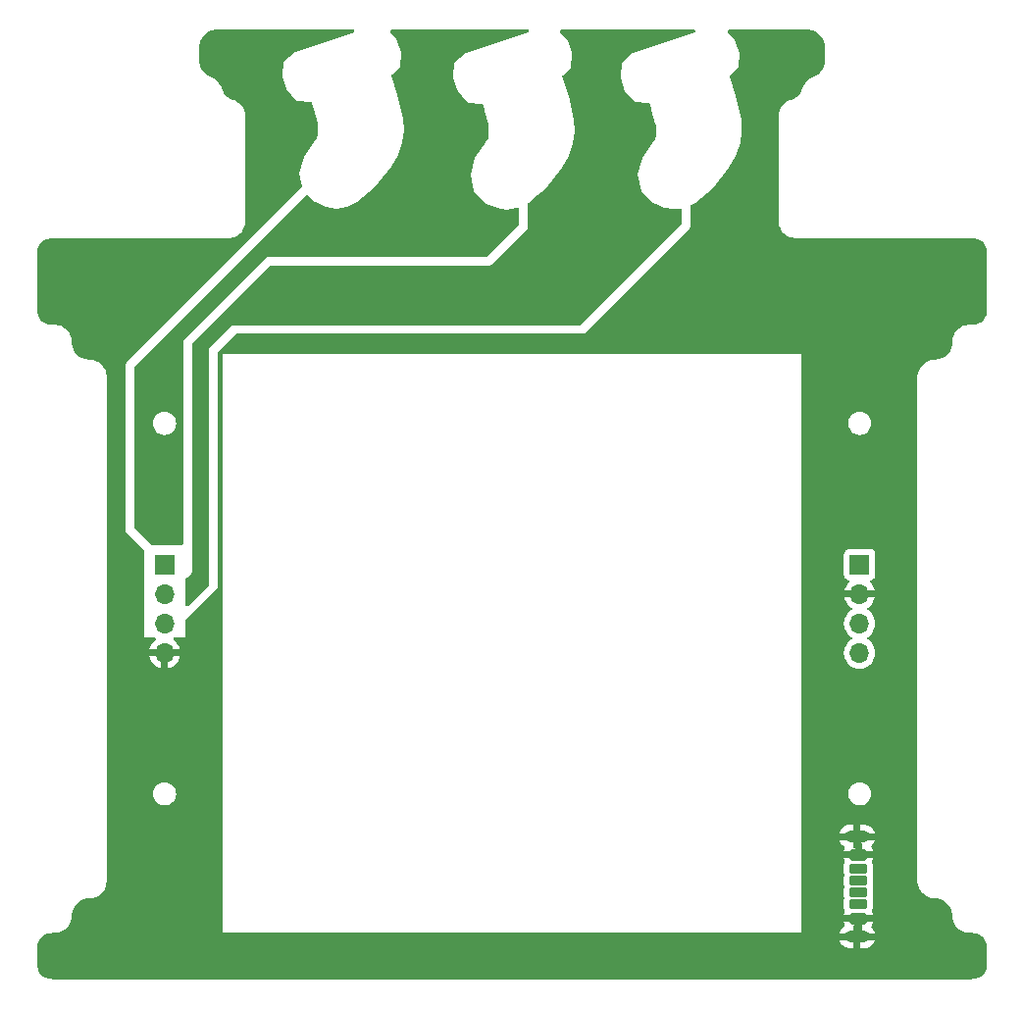
<source format=gbl>
G04 #@! TF.GenerationSoftware,KiCad,Pcbnew,(7.0.0)*
G04 #@! TF.CreationDate,2023-11-19T14:20:01+01:00*
G04 #@! TF.ProjectId,Middle,4d696464-6c65-42e6-9b69-6361645f7063,rev?*
G04 #@! TF.SameCoordinates,Original*
G04 #@! TF.FileFunction,Copper,L2,Bot*
G04 #@! TF.FilePolarity,Positive*
%FSLAX46Y46*%
G04 Gerber Fmt 4.6, Leading zero omitted, Abs format (unit mm)*
G04 Created by KiCad (PCBNEW (7.0.0)) date 2023-11-19 14:20:01*
%MOMM*%
%LPD*%
G01*
G04 APERTURE LIST*
G04 Aperture macros list*
%AMRoundRect*
0 Rectangle with rounded corners*
0 $1 Rounding radius*
0 $2 $3 $4 $5 $6 $7 $8 $9 X,Y pos of 4 corners*
0 Add a 4 corners polygon primitive as box body*
4,1,4,$2,$3,$4,$5,$6,$7,$8,$9,$2,$3,0*
0 Add four circle primitives for the rounded corners*
1,1,$1+$1,$2,$3*
1,1,$1+$1,$4,$5*
1,1,$1+$1,$6,$7*
1,1,$1+$1,$8,$9*
0 Add four rect primitives between the rounded corners*
20,1,$1+$1,$2,$3,$4,$5,0*
20,1,$1+$1,$4,$5,$6,$7,0*
20,1,$1+$1,$6,$7,$8,$9,0*
20,1,$1+$1,$8,$9,$2,$3,0*%
G04 Aperture macros list end*
G04 #@! TA.AperFunction,ComponentPad*
%ADD10R,1.700000X1.700000*%
G04 #@! TD*
G04 #@! TA.AperFunction,ComponentPad*
%ADD11O,1.700000X1.700000*%
G04 #@! TD*
G04 #@! TA.AperFunction,ComponentPad*
%ADD12RoundRect,0.205000X0.557000X-0.205000X0.557000X0.205000X-0.557000X0.205000X-0.557000X-0.205000X0*%
G04 #@! TD*
G04 #@! TA.AperFunction,ComponentPad*
%ADD13RoundRect,0.215500X0.546500X-0.215500X0.546500X0.215500X-0.546500X0.215500X-0.546500X-0.215500X0*%
G04 #@! TD*
G04 #@! TA.AperFunction,ComponentPad*
%ADD14RoundRect,0.250000X0.512000X-0.250000X0.512000X0.250000X-0.512000X0.250000X-0.512000X-0.250000X0*%
G04 #@! TD*
G04 #@! TA.AperFunction,ComponentPad*
%ADD15O,2.200000X1.000000*%
G04 #@! TD*
G04 APERTURE END LIST*
D10*
X159999999Y-106199999D03*
D11*
X159999999Y-108739999D03*
X159999999Y-111279999D03*
X159999999Y-113819999D03*
D10*
X99999999Y-106199999D03*
D11*
X99999999Y-108739999D03*
X99999999Y-111279999D03*
X99999999Y-113819999D03*
D12*
X159900000Y-134500000D03*
D13*
X159900000Y-132480000D03*
D14*
X159900000Y-131250000D03*
D12*
X159900000Y-133500000D03*
D13*
X159900000Y-135520000D03*
D14*
X159900000Y-136750000D03*
D15*
X159779999Y-138319999D03*
X159779999Y-129679999D03*
G04 #@! TA.AperFunction,Conductor*
G36*
X116347192Y-60019738D02*
G01*
X116392947Y-60071482D01*
X116403921Y-60139677D01*
X116376708Y-60203163D01*
X116319752Y-60242241D01*
X111265683Y-61912013D01*
X111265680Y-61912014D01*
X111254165Y-61915819D01*
X111244961Y-61923716D01*
X111244958Y-61923719D01*
X110267889Y-62762201D01*
X110267887Y-62762203D01*
X110258556Y-62770211D01*
X110257688Y-62782476D01*
X110257688Y-62782480D01*
X110167008Y-64065255D01*
X110166136Y-64077594D01*
X110170108Y-64089304D01*
X110170109Y-64089308D01*
X110499489Y-65060277D01*
X110554412Y-65222182D01*
X110562539Y-65231405D01*
X110562540Y-65231407D01*
X110935227Y-65654368D01*
X111418318Y-66202627D01*
X112633064Y-66286259D01*
X112682782Y-66300492D01*
X112722372Y-66333770D01*
X112744944Y-66380303D01*
X112867314Y-66877012D01*
X112867323Y-66877046D01*
X112867539Y-66877923D01*
X112867786Y-66878808D01*
X112867792Y-66878831D01*
X113207977Y-68097955D01*
X113212464Y-68126945D01*
X113245411Y-69068180D01*
X113240136Y-69108552D01*
X113167063Y-69349158D01*
X113152422Y-69380639D01*
X112906253Y-69759868D01*
X112904555Y-69762414D01*
X112063996Y-70989880D01*
X112063993Y-70989885D01*
X112058377Y-70998087D01*
X112055625Y-71007641D01*
X112055625Y-71007644D01*
X111650361Y-72415213D01*
X111650360Y-72415215D01*
X111646107Y-72429990D01*
X111649359Y-72445016D01*
X111649359Y-72445019D01*
X111879738Y-73509533D01*
X111877502Y-73570759D01*
X111846225Y-73623442D01*
X96739145Y-88730524D01*
X96739140Y-88730529D01*
X96734835Y-88734835D01*
X96731452Y-88739896D01*
X96731445Y-88739906D01*
X96718725Y-88758941D01*
X96710780Y-88769555D01*
X96696101Y-88787120D01*
X96696096Y-88787125D01*
X96692195Y-88791795D01*
X96689278Y-88797135D01*
X96689274Y-88797142D01*
X96683766Y-88807229D01*
X96679257Y-88814826D01*
X96669749Y-88829624D01*
X96668092Y-88833833D01*
X96665070Y-88837198D01*
X96661656Y-88846870D01*
X96661652Y-88846880D01*
X96661540Y-88847199D01*
X96660168Y-88850731D01*
X96659711Y-88851280D01*
X96658403Y-88853677D01*
X96656590Y-88859471D01*
X96656584Y-88859486D01*
X96655706Y-88862295D01*
X96647903Y-88880226D01*
X96646692Y-88883861D01*
X96640653Y-88894468D01*
X96639130Y-88906580D01*
X96638310Y-88909045D01*
X96636832Y-88913116D01*
X96636731Y-88913540D01*
X96634035Y-88920396D01*
X96634115Y-88924919D01*
X96632611Y-88929184D01*
X96631712Y-88935433D01*
X96631875Y-88938481D01*
X96629281Y-88946774D01*
X96629296Y-88946941D01*
X96628268Y-88950013D01*
X96629588Y-88950203D01*
X96628410Y-88958395D01*
X96628409Y-88958403D01*
X96627544Y-88964428D01*
X96627870Y-88970510D01*
X96627599Y-88976593D01*
X96626977Y-88976565D01*
X96626166Y-88987904D01*
X96626785Y-88987965D01*
X96626188Y-88994026D01*
X96625000Y-89000000D01*
X96625000Y-103200000D01*
X96626187Y-103205970D01*
X96626188Y-103205974D01*
X96630655Y-103228428D01*
X96632543Y-103241563D01*
X96635127Y-103270433D01*
X96636841Y-103276271D01*
X96636843Y-103276281D01*
X96640076Y-103287292D01*
X96642263Y-103295861D01*
X96644707Y-103307094D01*
X96644709Y-103307100D01*
X96646003Y-103313048D01*
X96647810Y-103317201D01*
X96648053Y-103321721D01*
X96652481Y-103330978D01*
X96652482Y-103330980D01*
X96652641Y-103331312D01*
X96654152Y-103334742D01*
X96654217Y-103335452D01*
X96654987Y-103338072D01*
X96657813Y-103343471D01*
X96659176Y-103346075D01*
X96666351Y-103364303D01*
X96668058Y-103367713D01*
X96671290Y-103379491D01*
X96678784Y-103389137D01*
X96679900Y-103391366D01*
X96681780Y-103395389D01*
X96682001Y-103395746D01*
X96684935Y-103402487D01*
X96688194Y-103405631D01*
X96690148Y-103409716D01*
X96693931Y-103414770D01*
X96696195Y-103416804D01*
X96700221Y-103424495D01*
X96700339Y-103424594D01*
X96701791Y-103427504D01*
X96702864Y-103426702D01*
X96711479Y-103438210D01*
X96716010Y-103442280D01*
X96720123Y-103446777D01*
X96719663Y-103447197D01*
X96727104Y-103455784D01*
X96727586Y-103455390D01*
X96731448Y-103460096D01*
X96734835Y-103465165D01*
X96739145Y-103469475D01*
X98163681Y-104894011D01*
X98190561Y-104934239D01*
X98200000Y-104981692D01*
X98200000Y-112500000D01*
X99138225Y-112500000D01*
X99198341Y-112515547D01*
X99243383Y-112558290D01*
X99262055Y-112617510D01*
X99249676Y-112678358D01*
X99209349Y-112725575D01*
X99133352Y-112778788D01*
X99125092Y-112785719D01*
X98965719Y-112945092D01*
X98958784Y-112953357D01*
X98829508Y-113137982D01*
X98824110Y-113147332D01*
X98728858Y-113351599D01*
X98725166Y-113361741D01*
X98686454Y-113506219D01*
X98686086Y-113517448D01*
X98697029Y-113520000D01*
X101302971Y-113520000D01*
X101313913Y-113517448D01*
X101313545Y-113506219D01*
X101274833Y-113361741D01*
X101271141Y-113351599D01*
X101175889Y-113147332D01*
X101170491Y-113137982D01*
X101041215Y-112953357D01*
X101034280Y-112945092D01*
X100874909Y-112785721D01*
X100866643Y-112778784D01*
X100790652Y-112725575D01*
X100750325Y-112678358D01*
X100737946Y-112617510D01*
X100756618Y-112558290D01*
X100801660Y-112515547D01*
X100861776Y-112500000D01*
X101783674Y-112500000D01*
X101800000Y-112500000D01*
X101800000Y-111071692D01*
X101809439Y-111024239D01*
X101836319Y-110984011D01*
X103103727Y-109716603D01*
X104465165Y-108355165D01*
X104481266Y-108331065D01*
X104489215Y-108320445D01*
X104507812Y-108298194D01*
X104516229Y-108282777D01*
X104520743Y-108275168D01*
X104530246Y-108260384D01*
X104531915Y-108256142D01*
X104534962Y-108252749D01*
X104538607Y-108242409D01*
X104539789Y-108239364D01*
X104540204Y-108238870D01*
X104541512Y-108236477D01*
X104544253Y-108227735D01*
X104552151Y-108209602D01*
X104553304Y-108206134D01*
X104559350Y-108195520D01*
X104560871Y-108183400D01*
X104561655Y-108181046D01*
X104563164Y-108176885D01*
X104563258Y-108176483D01*
X104565963Y-108169613D01*
X104565881Y-108165055D01*
X104567398Y-108160755D01*
X104568296Y-108154502D01*
X104568138Y-108151567D01*
X104570699Y-108143401D01*
X104570688Y-108143281D01*
X104571742Y-108140130D01*
X104570390Y-108139936D01*
X104571588Y-108131605D01*
X104572455Y-108125578D01*
X104572128Y-108119495D01*
X104572401Y-108113407D01*
X104573026Y-108113434D01*
X104573838Y-108102097D01*
X104573214Y-108102036D01*
X104573810Y-108095978D01*
X104575000Y-108090000D01*
X104575000Y-88000000D01*
X105000000Y-88000000D01*
X105000000Y-138000000D01*
X154983674Y-138000000D01*
X155000000Y-138000000D01*
X155000000Y-135780076D01*
X158637500Y-135780076D01*
X158637501Y-135783206D01*
X158637819Y-135786319D01*
X158637820Y-135786338D01*
X158646830Y-135874533D01*
X158647519Y-135881273D01*
X158700166Y-136040155D01*
X158703956Y-136046299D01*
X158703958Y-136046303D01*
X158705153Y-136048240D01*
X158705605Y-136049835D01*
X158707010Y-136052847D01*
X158706524Y-136053073D01*
X158723612Y-136113307D01*
X158708350Y-136167191D01*
X158710485Y-136168187D01*
X158701370Y-136187732D01*
X158650624Y-136340874D01*
X158647805Y-136354041D01*
X158639770Y-136432692D01*
X158642189Y-136446219D01*
X158655398Y-136450000D01*
X159284792Y-136450000D01*
X159297394Y-136450641D01*
X159305793Y-136451500D01*
X160494206Y-136451499D01*
X160502596Y-136450641D01*
X160515196Y-136450000D01*
X161144601Y-136450000D01*
X161157810Y-136446219D01*
X161160228Y-136432692D01*
X161152194Y-136354040D01*
X161149375Y-136340875D01*
X161098629Y-136187732D01*
X161089514Y-136168184D01*
X161091660Y-136167183D01*
X161076387Y-136113327D01*
X161093478Y-136053077D01*
X161092989Y-136052849D01*
X161094404Y-136049813D01*
X161094853Y-136048229D01*
X161099834Y-136040155D01*
X161152481Y-135881273D01*
X161162500Y-135783207D01*
X161162499Y-135256794D01*
X161152481Y-135158727D01*
X161114561Y-135044288D01*
X161108272Y-135006395D01*
X161113882Y-134968396D01*
X161156041Y-134833104D01*
X161162500Y-134762026D01*
X161162500Y-134237974D01*
X161156041Y-134166896D01*
X161115528Y-134036885D01*
X161109914Y-134000000D01*
X161115528Y-133963114D01*
X161156041Y-133833104D01*
X161162500Y-133762026D01*
X161162500Y-133237974D01*
X161156041Y-133166896D01*
X161113882Y-133031602D01*
X161108272Y-132993602D01*
X161114561Y-132955711D01*
X161152481Y-132841273D01*
X161162500Y-132743207D01*
X161162499Y-132216794D01*
X161152481Y-132118727D01*
X161099834Y-131959845D01*
X161094847Y-131951761D01*
X161094396Y-131950168D01*
X161092989Y-131947151D01*
X161093476Y-131946923D01*
X161076387Y-131886659D01*
X161091661Y-131832813D01*
X161089515Y-131831812D01*
X161098629Y-131812266D01*
X161149375Y-131659125D01*
X161152194Y-131645958D01*
X161160229Y-131567307D01*
X161157810Y-131553780D01*
X161144602Y-131550000D01*
X160515208Y-131550000D01*
X160502605Y-131549358D01*
X160497336Y-131548819D01*
X160497322Y-131548818D01*
X160494207Y-131548500D01*
X160491059Y-131548500D01*
X159308942Y-131548500D01*
X159308922Y-131548500D01*
X159305794Y-131548501D01*
X159302679Y-131548819D01*
X159302663Y-131548820D01*
X159298091Y-131549287D01*
X159297403Y-131549358D01*
X159284804Y-131550000D01*
X158655399Y-131550000D01*
X158642189Y-131553780D01*
X158639771Y-131567307D01*
X158647805Y-131645959D01*
X158650624Y-131659124D01*
X158701370Y-131812267D01*
X158710485Y-131831813D01*
X158708342Y-131832812D01*
X158723612Y-131886667D01*
X158706524Y-131946923D01*
X158707011Y-131947150D01*
X158705605Y-131950165D01*
X158705154Y-131951756D01*
X158703962Y-131953687D01*
X158703954Y-131953702D01*
X158700166Y-131959845D01*
X158697895Y-131966698D01*
X158697892Y-131966705D01*
X158649647Y-132112302D01*
X158649645Y-132112310D01*
X158647519Y-132118727D01*
X158646831Y-132125455D01*
X158646831Y-132125458D01*
X158637819Y-132213663D01*
X158637818Y-132213678D01*
X158637500Y-132216793D01*
X158637500Y-132219939D01*
X158637500Y-132219940D01*
X158637500Y-132740057D01*
X158637500Y-132740076D01*
X158637501Y-132743206D01*
X158637819Y-132746319D01*
X158637820Y-132746338D01*
X158646830Y-132834533D01*
X158647519Y-132841273D01*
X158649647Y-132847694D01*
X158649650Y-132847707D01*
X158685438Y-132955711D01*
X158691727Y-132993603D01*
X158686118Y-133031602D01*
X158643959Y-133166896D01*
X158637500Y-133237974D01*
X158637500Y-133762026D01*
X158643959Y-133833104D01*
X158684471Y-133963113D01*
X158690085Y-134000000D01*
X158684471Y-134036886D01*
X158643959Y-134166896D01*
X158643365Y-134173431D01*
X158643365Y-134173432D01*
X158639414Y-134216915D01*
X158637500Y-134237974D01*
X158637500Y-134762026D01*
X158643959Y-134833104D01*
X158686118Y-134968396D01*
X158691727Y-135006395D01*
X158685439Y-135044286D01*
X158647519Y-135158727D01*
X158646831Y-135165458D01*
X158646831Y-135165460D01*
X158637819Y-135253663D01*
X158637818Y-135253678D01*
X158637500Y-135256793D01*
X158637500Y-135259939D01*
X158637500Y-135259940D01*
X158637500Y-135780057D01*
X158637500Y-135780076D01*
X155000000Y-135780076D01*
X155000000Y-129982720D01*
X158228637Y-129982720D01*
X158229936Y-129994062D01*
X158275379Y-130116763D01*
X158280893Y-130128005D01*
X158381819Y-130289926D01*
X158389478Y-130299820D01*
X158520936Y-130438114D01*
X158530427Y-130446261D01*
X158658849Y-130535646D01*
X158697045Y-130578363D01*
X158711956Y-130633691D01*
X158702329Y-130680442D01*
X158703642Y-130680878D01*
X158650624Y-130840874D01*
X158647805Y-130854041D01*
X158639770Y-130932692D01*
X158642189Y-130946219D01*
X158655398Y-130950000D01*
X159583674Y-130950000D01*
X159596549Y-130946549D01*
X159600000Y-130933674D01*
X159600000Y-130736326D01*
X159596549Y-130723449D01*
X159571907Y-130716847D01*
X159524294Y-130692062D01*
X159491618Y-130649477D01*
X159480000Y-130597072D01*
X159480000Y-130193674D01*
X160080000Y-130193674D01*
X160083450Y-130206550D01*
X160108093Y-130213153D01*
X160155706Y-130237938D01*
X160188382Y-130280523D01*
X160200000Y-130332928D01*
X160200000Y-130933674D01*
X160203450Y-130946549D01*
X160216326Y-130950000D01*
X161144601Y-130950000D01*
X161157810Y-130946219D01*
X161160228Y-130932692D01*
X161152194Y-130854040D01*
X161149375Y-130840875D01*
X161098629Y-130687732D01*
X161092567Y-130674733D01*
X161031839Y-130576276D01*
X161013788Y-130521251D01*
X161022692Y-130464030D01*
X161056609Y-130417092D01*
X161103755Y-130376619D01*
X161112385Y-130367541D01*
X161229167Y-130216670D01*
X161235792Y-130206042D01*
X161319817Y-130034743D01*
X161324165Y-130023002D01*
X161331740Y-129993746D01*
X161332025Y-129982535D01*
X161321100Y-129980000D01*
X160096326Y-129980000D01*
X160083450Y-129983450D01*
X160080000Y-129996326D01*
X160080000Y-130193674D01*
X159480000Y-130193674D01*
X159480000Y-129996326D01*
X159476549Y-129983450D01*
X159463674Y-129980000D01*
X158239723Y-129980000D01*
X158228637Y-129982720D01*
X155000000Y-129982720D01*
X155000000Y-129377464D01*
X158227974Y-129377464D01*
X158238900Y-129380000D01*
X159463674Y-129380000D01*
X159476549Y-129376549D01*
X159480000Y-129363674D01*
X160080000Y-129363674D01*
X160083450Y-129376549D01*
X160096326Y-129380000D01*
X161320277Y-129380000D01*
X161331362Y-129377279D01*
X161330063Y-129365937D01*
X161284620Y-129243236D01*
X161279106Y-129231994D01*
X161178180Y-129070073D01*
X161170521Y-129060179D01*
X161039063Y-128921885D01*
X161029572Y-128913737D01*
X160872963Y-128804734D01*
X160862029Y-128798665D01*
X160686681Y-128723418D01*
X160674752Y-128719675D01*
X160487847Y-128681265D01*
X160475402Y-128680000D01*
X160096326Y-128680000D01*
X160083450Y-128683450D01*
X160080000Y-128696326D01*
X160080000Y-129363674D01*
X159480000Y-129363674D01*
X159480000Y-128696326D01*
X159476549Y-128683450D01*
X159463674Y-128680000D01*
X159132430Y-128680000D01*
X159126164Y-128680317D01*
X158983915Y-128694783D01*
X158971664Y-128697301D01*
X158789614Y-128754419D01*
X158778110Y-128759355D01*
X158611279Y-128851954D01*
X158601017Y-128859097D01*
X158456245Y-128983379D01*
X158447614Y-128992458D01*
X158330832Y-129143329D01*
X158324207Y-129153957D01*
X158240182Y-129325256D01*
X158235834Y-129336997D01*
X158228259Y-129366253D01*
X158227974Y-129377464D01*
X155000000Y-129377464D01*
X155000000Y-126000000D01*
X158994659Y-126000000D01*
X158995256Y-126006062D01*
X159013378Y-126190067D01*
X159013379Y-126190073D01*
X159013976Y-126196132D01*
X159015743Y-126201957D01*
X159015744Y-126201962D01*
X159069418Y-126378899D01*
X159071186Y-126384727D01*
X159074055Y-126390095D01*
X159074057Y-126390099D01*
X159161215Y-126553161D01*
X159161219Y-126553167D01*
X159164090Y-126558538D01*
X159289117Y-126710883D01*
X159441462Y-126835910D01*
X159446834Y-126838781D01*
X159446838Y-126838784D01*
X159588839Y-126914684D01*
X159615273Y-126928814D01*
X159803868Y-126986024D01*
X160000000Y-127005341D01*
X160196132Y-126986024D01*
X160384727Y-126928814D01*
X160558538Y-126835910D01*
X160710883Y-126710883D01*
X160835910Y-126558538D01*
X160928814Y-126384727D01*
X160986024Y-126196132D01*
X161005341Y-126000000D01*
X160986024Y-125803868D01*
X160928814Y-125615273D01*
X160835910Y-125441462D01*
X160710883Y-125289117D01*
X160558538Y-125164090D01*
X160553167Y-125161219D01*
X160553161Y-125161215D01*
X160390099Y-125074057D01*
X160390095Y-125074055D01*
X160384727Y-125071186D01*
X160378899Y-125069418D01*
X160201962Y-125015744D01*
X160201957Y-125015743D01*
X160196132Y-125013976D01*
X160190073Y-125013379D01*
X160190067Y-125013378D01*
X160006062Y-124995256D01*
X160000000Y-124994659D01*
X159993938Y-124995256D01*
X159809932Y-125013378D01*
X159809924Y-125013379D01*
X159803868Y-125013976D01*
X159798044Y-125015742D01*
X159798037Y-125015744D01*
X159621100Y-125069418D01*
X159621096Y-125069419D01*
X159615273Y-125071186D01*
X159609907Y-125074053D01*
X159609900Y-125074057D01*
X159446838Y-125161215D01*
X159446827Y-125161222D01*
X159441462Y-125164090D01*
X159436754Y-125167953D01*
X159436749Y-125167957D01*
X159293823Y-125285254D01*
X159293818Y-125285258D01*
X159289117Y-125289117D01*
X159285258Y-125293818D01*
X159285254Y-125293823D01*
X159167957Y-125436749D01*
X159167953Y-125436754D01*
X159164090Y-125441462D01*
X159161222Y-125446827D01*
X159161215Y-125446838D01*
X159074057Y-125609900D01*
X159074053Y-125609907D01*
X159071186Y-125615273D01*
X159069419Y-125621096D01*
X159069418Y-125621100D01*
X159015744Y-125798037D01*
X159015742Y-125798044D01*
X159013976Y-125803868D01*
X159013379Y-125809924D01*
X159013378Y-125809932D01*
X158995256Y-125993938D01*
X158994659Y-126000000D01*
X155000000Y-126000000D01*
X155000000Y-113820000D01*
X158644341Y-113820000D01*
X158664937Y-114055408D01*
X158666336Y-114060630D01*
X158666337Y-114060634D01*
X158724694Y-114278430D01*
X158724697Y-114278438D01*
X158726097Y-114283663D01*
X158728385Y-114288570D01*
X158728386Y-114288572D01*
X158823678Y-114492927D01*
X158823681Y-114492933D01*
X158825965Y-114497830D01*
X158829064Y-114502257D01*
X158829066Y-114502259D01*
X158958399Y-114686966D01*
X158958402Y-114686970D01*
X158961505Y-114691401D01*
X159128599Y-114858495D01*
X159322170Y-114994035D01*
X159536337Y-115093903D01*
X159764592Y-115155063D01*
X160000000Y-115175659D01*
X160235408Y-115155063D01*
X160463663Y-115093903D01*
X160677830Y-114994035D01*
X160871401Y-114858495D01*
X161038495Y-114691401D01*
X161174035Y-114497830D01*
X161273903Y-114283663D01*
X161335063Y-114055408D01*
X161355659Y-113820000D01*
X161335063Y-113584592D01*
X161273903Y-113356337D01*
X161174035Y-113142171D01*
X161038495Y-112948599D01*
X160871401Y-112781505D01*
X160866970Y-112778402D01*
X160866966Y-112778399D01*
X160685841Y-112651574D01*
X160646976Y-112607256D01*
X160632965Y-112549999D01*
X160646976Y-112492742D01*
X160685839Y-112448426D01*
X160871401Y-112318495D01*
X161038495Y-112151401D01*
X161174035Y-111957830D01*
X161273903Y-111743663D01*
X161335063Y-111515408D01*
X161355659Y-111280000D01*
X161335063Y-111044592D01*
X161273903Y-110816337D01*
X161174035Y-110602171D01*
X161038495Y-110408599D01*
X160871401Y-110241505D01*
X160866970Y-110238402D01*
X160866966Y-110238399D01*
X160685405Y-110111269D01*
X160646540Y-110066951D01*
X160632529Y-110009694D01*
X160646540Y-109952437D01*
X160685406Y-109908119D01*
X160866638Y-109781219D01*
X160874909Y-109774278D01*
X161034278Y-109614909D01*
X161041215Y-109606643D01*
X161170498Y-109422008D01*
X161175886Y-109412676D01*
X161271141Y-109208400D01*
X161274833Y-109198258D01*
X161313545Y-109053780D01*
X161313913Y-109042551D01*
X161302971Y-109040000D01*
X158697029Y-109040000D01*
X158686086Y-109042551D01*
X158686454Y-109053780D01*
X158725166Y-109198258D01*
X158728858Y-109208400D01*
X158824113Y-109412676D01*
X158829501Y-109422008D01*
X158958784Y-109606643D01*
X158965721Y-109614909D01*
X159125090Y-109774278D01*
X159133356Y-109781215D01*
X159314595Y-109908120D01*
X159353460Y-109952438D01*
X159367471Y-110009695D01*
X159353460Y-110066952D01*
X159314594Y-110111270D01*
X159133034Y-110238399D01*
X159133029Y-110238402D01*
X159128599Y-110241505D01*
X159124775Y-110245328D01*
X159124769Y-110245334D01*
X158965334Y-110404769D01*
X158965328Y-110404775D01*
X158961505Y-110408599D01*
X158958402Y-110413029D01*
X158958399Y-110413034D01*
X158829073Y-110597731D01*
X158829068Y-110597738D01*
X158825965Y-110602171D01*
X158823677Y-110607077D01*
X158823675Y-110607081D01*
X158728386Y-110811427D01*
X158728383Y-110811432D01*
X158726097Y-110816337D01*
X158724698Y-110821557D01*
X158724694Y-110821569D01*
X158666337Y-111039365D01*
X158666335Y-111039371D01*
X158664937Y-111044592D01*
X158644341Y-111280000D01*
X158664937Y-111515408D01*
X158666336Y-111520630D01*
X158666337Y-111520634D01*
X158724694Y-111738430D01*
X158724697Y-111738438D01*
X158726097Y-111743663D01*
X158728385Y-111748570D01*
X158728386Y-111748572D01*
X158823678Y-111952927D01*
X158823681Y-111952933D01*
X158825965Y-111957830D01*
X158829064Y-111962257D01*
X158829066Y-111962259D01*
X158958399Y-112146966D01*
X158958402Y-112146970D01*
X158961505Y-112151401D01*
X159128599Y-112318495D01*
X159133032Y-112321599D01*
X159133038Y-112321604D01*
X159314158Y-112448425D01*
X159353024Y-112492743D01*
X159367035Y-112550000D01*
X159353024Y-112607257D01*
X159314160Y-112651574D01*
X159128599Y-112781505D01*
X159124775Y-112785328D01*
X159124769Y-112785334D01*
X158965334Y-112944769D01*
X158965328Y-112944775D01*
X158961505Y-112948599D01*
X158958402Y-112953029D01*
X158958399Y-112953034D01*
X158829073Y-113137731D01*
X158829068Y-113137738D01*
X158825965Y-113142171D01*
X158823677Y-113147077D01*
X158823675Y-113147081D01*
X158728386Y-113351427D01*
X158728383Y-113351432D01*
X158726097Y-113356337D01*
X158724698Y-113361557D01*
X158724694Y-113361569D01*
X158666337Y-113579365D01*
X158666335Y-113579371D01*
X158664937Y-113584592D01*
X158644341Y-113820000D01*
X155000000Y-113820000D01*
X155000000Y-107094578D01*
X158649500Y-107094578D01*
X158649501Y-107097872D01*
X158649853Y-107101150D01*
X158649854Y-107101161D01*
X158655079Y-107149768D01*
X158655080Y-107149773D01*
X158655909Y-107157483D01*
X158658619Y-107164749D01*
X158658620Y-107164753D01*
X158692217Y-107254831D01*
X158706204Y-107292331D01*
X158792454Y-107407546D01*
X158907669Y-107493796D01*
X159039598Y-107543002D01*
X159089977Y-107577981D01*
X159117431Y-107632825D01*
X159115242Y-107694118D01*
X159083947Y-107746865D01*
X158965714Y-107865098D01*
X158958784Y-107873357D01*
X158829508Y-108057982D01*
X158824110Y-108067332D01*
X158728858Y-108271599D01*
X158725166Y-108281741D01*
X158686454Y-108426219D01*
X158686086Y-108437448D01*
X158697029Y-108440000D01*
X161302971Y-108440000D01*
X161313913Y-108437448D01*
X161313545Y-108426219D01*
X161274833Y-108281741D01*
X161271141Y-108271599D01*
X161175889Y-108067332D01*
X161170491Y-108057982D01*
X161041215Y-107873357D01*
X161034280Y-107865092D01*
X160916053Y-107746865D01*
X160884757Y-107694119D01*
X160882568Y-107632825D01*
X160910022Y-107577981D01*
X160960398Y-107543003D01*
X161092331Y-107493796D01*
X161207546Y-107407546D01*
X161293796Y-107292331D01*
X161344091Y-107157483D01*
X161350500Y-107097873D01*
X161350499Y-105302128D01*
X161344091Y-105242517D01*
X161293796Y-105107669D01*
X161207546Y-104992454D01*
X161092331Y-104906204D01*
X160957483Y-104855909D01*
X160949770Y-104855079D01*
X160949767Y-104855079D01*
X160901180Y-104849855D01*
X160901169Y-104849854D01*
X160897873Y-104849500D01*
X160894550Y-104849500D01*
X159105439Y-104849500D01*
X159105420Y-104849500D01*
X159102128Y-104849501D01*
X159098850Y-104849853D01*
X159098838Y-104849854D01*
X159050231Y-104855079D01*
X159050225Y-104855080D01*
X159042517Y-104855909D01*
X159035252Y-104858618D01*
X159035246Y-104858620D01*
X158915980Y-104903104D01*
X158915978Y-104903104D01*
X158907669Y-104906204D01*
X158900572Y-104911516D01*
X158900568Y-104911519D01*
X158799550Y-104987141D01*
X158799546Y-104987144D01*
X158792454Y-104992454D01*
X158787144Y-104999546D01*
X158787141Y-104999550D01*
X158711519Y-105100568D01*
X158711516Y-105100572D01*
X158706204Y-105107669D01*
X158703104Y-105115978D01*
X158703104Y-105115980D01*
X158658620Y-105235247D01*
X158658619Y-105235250D01*
X158655909Y-105242517D01*
X158655079Y-105250227D01*
X158655079Y-105250232D01*
X158649855Y-105298819D01*
X158649854Y-105298831D01*
X158649500Y-105302127D01*
X158649500Y-105305448D01*
X158649500Y-105305449D01*
X158649500Y-107094560D01*
X158649500Y-107094578D01*
X155000000Y-107094578D01*
X155000000Y-94000000D01*
X158994659Y-94000000D01*
X158995256Y-94006062D01*
X159013378Y-94190067D01*
X159013379Y-94190073D01*
X159013976Y-94196132D01*
X159015743Y-94201957D01*
X159015744Y-94201962D01*
X159069418Y-94378899D01*
X159071186Y-94384727D01*
X159074055Y-94390095D01*
X159074057Y-94390099D01*
X159161215Y-94553161D01*
X159161219Y-94553167D01*
X159164090Y-94558538D01*
X159289117Y-94710883D01*
X159441462Y-94835910D01*
X159446834Y-94838781D01*
X159446838Y-94838784D01*
X159588839Y-94914684D01*
X159615273Y-94928814D01*
X159803868Y-94986024D01*
X160000000Y-95005341D01*
X160196132Y-94986024D01*
X160384727Y-94928814D01*
X160558538Y-94835910D01*
X160710883Y-94710883D01*
X160835910Y-94558538D01*
X160928814Y-94384727D01*
X160986024Y-94196132D01*
X161005341Y-94000000D01*
X160986024Y-93803868D01*
X160928814Y-93615273D01*
X160835910Y-93441462D01*
X160710883Y-93289117D01*
X160558538Y-93164090D01*
X160553167Y-93161219D01*
X160553161Y-93161215D01*
X160390099Y-93074057D01*
X160390095Y-93074055D01*
X160384727Y-93071186D01*
X160378899Y-93069418D01*
X160201962Y-93015744D01*
X160201957Y-93015743D01*
X160196132Y-93013976D01*
X160190073Y-93013379D01*
X160190067Y-93013378D01*
X160006062Y-92995256D01*
X160000000Y-92994659D01*
X159993938Y-92995256D01*
X159809932Y-93013378D01*
X159809924Y-93013379D01*
X159803868Y-93013976D01*
X159798044Y-93015742D01*
X159798037Y-93015744D01*
X159621100Y-93069418D01*
X159621096Y-93069419D01*
X159615273Y-93071186D01*
X159609907Y-93074053D01*
X159609900Y-93074057D01*
X159446838Y-93161215D01*
X159446827Y-93161222D01*
X159441462Y-93164090D01*
X159436754Y-93167953D01*
X159436749Y-93167957D01*
X159293823Y-93285254D01*
X159293818Y-93285258D01*
X159289117Y-93289117D01*
X159285258Y-93293818D01*
X159285254Y-93293823D01*
X159167957Y-93436749D01*
X159167953Y-93436754D01*
X159164090Y-93441462D01*
X159161222Y-93446827D01*
X159161215Y-93446838D01*
X159074057Y-93609900D01*
X159074053Y-93609907D01*
X159071186Y-93615273D01*
X159069419Y-93621096D01*
X159069418Y-93621100D01*
X159015744Y-93798037D01*
X159015742Y-93798044D01*
X159013976Y-93803868D01*
X159013379Y-93809924D01*
X159013378Y-93809932D01*
X158995256Y-93993938D01*
X158994659Y-94000000D01*
X155000000Y-94000000D01*
X155000000Y-88000000D01*
X105000000Y-88000000D01*
X104575000Y-88000000D01*
X104575000Y-87906692D01*
X104584439Y-87859239D01*
X104611319Y-87819011D01*
X106119012Y-86311319D01*
X106159240Y-86284439D01*
X106206693Y-86275000D01*
X136093906Y-86275000D01*
X136100000Y-86275000D01*
X136128442Y-86269341D01*
X136141566Y-86267455D01*
X136170441Y-86264871D01*
X136187298Y-86259920D01*
X136195880Y-86257730D01*
X136200397Y-86256747D01*
X136213040Y-86253998D01*
X136217207Y-86252183D01*
X136221752Y-86251940D01*
X136231483Y-86247282D01*
X136234697Y-86245866D01*
X136235368Y-86245807D01*
X136237988Y-86245038D01*
X136246068Y-86240811D01*
X136264435Y-86233584D01*
X136267740Y-86231928D01*
X136279524Y-86228694D01*
X136289171Y-86221195D01*
X136291291Y-86220134D01*
X136295425Y-86218201D01*
X136295761Y-86217993D01*
X136302481Y-86215069D01*
X136305639Y-86211795D01*
X136309741Y-86209833D01*
X136314796Y-86206049D01*
X136316791Y-86203827D01*
X136324427Y-86199834D01*
X136324513Y-86199730D01*
X136327463Y-86198259D01*
X136326650Y-86197173D01*
X136326649Y-86197173D01*
X136338204Y-86188526D01*
X136342278Y-86183990D01*
X136346778Y-86179876D01*
X136347202Y-86180340D01*
X136355787Y-86172902D01*
X136355388Y-86172416D01*
X136360096Y-86168551D01*
X136365165Y-86165165D01*
X145265165Y-77265165D01*
X145281267Y-77241065D01*
X145289211Y-77230451D01*
X145307810Y-77208197D01*
X145316239Y-77192758D01*
X145320727Y-77185194D01*
X145330248Y-77170381D01*
X145331913Y-77166148D01*
X145334953Y-77162764D01*
X145338566Y-77152517D01*
X145339801Y-77149337D01*
X145340228Y-77148828D01*
X145341537Y-77146432D01*
X145344273Y-77137702D01*
X145352159Y-77119585D01*
X145353317Y-77116101D01*
X145359363Y-77105482D01*
X145360882Y-77093357D01*
X145361636Y-77091094D01*
X145363185Y-77086824D01*
X145363275Y-77086441D01*
X145365964Y-77079610D01*
X145365882Y-77075062D01*
X145367396Y-77070772D01*
X145368294Y-77064522D01*
X145368134Y-77061555D01*
X145370706Y-77053350D01*
X145370694Y-77053221D01*
X145371743Y-77050085D01*
X145370397Y-77049892D01*
X145371588Y-77041610D01*
X145372455Y-77035585D01*
X145372129Y-77029501D01*
X145372401Y-77023417D01*
X145373023Y-77023444D01*
X145373835Y-77012097D01*
X145373214Y-77012036D01*
X145373810Y-77005978D01*
X145375000Y-77000000D01*
X145375000Y-75254956D01*
X145383926Y-75208761D01*
X145409419Y-75169217D01*
X145447806Y-75142016D01*
X145825469Y-74970834D01*
X147305974Y-73741886D01*
X148729260Y-71930942D01*
X149335922Y-70875079D01*
X149704050Y-69829465D01*
X149842868Y-68791110D01*
X149785250Y-67750694D01*
X149304397Y-65748894D01*
X148778024Y-64068577D01*
X148772801Y-64021008D01*
X148785981Y-63975001D01*
X148815599Y-63937413D01*
X149517958Y-63334678D01*
X149610378Y-62027295D01*
X149222102Y-60882708D01*
X149199617Y-60857190D01*
X148626250Y-60206477D01*
X148599572Y-60156818D01*
X148597635Y-60100480D01*
X148620839Y-60049106D01*
X148664390Y-60013314D01*
X148719286Y-60000500D01*
X155495574Y-60000500D01*
X155504418Y-60000816D01*
X155569734Y-60005487D01*
X155569740Y-60005488D01*
X155712449Y-60016719D01*
X155729054Y-60019168D01*
X155818500Y-60038625D01*
X155820979Y-60039192D01*
X155932570Y-60065983D01*
X155946925Y-60070365D01*
X156037735Y-60104236D01*
X156041696Y-60105794D01*
X156142794Y-60147670D01*
X156154758Y-60153394D01*
X156241588Y-60200807D01*
X156246915Y-60203892D01*
X156338433Y-60259974D01*
X156347951Y-60266432D01*
X156427845Y-60326241D01*
X156434037Y-60331193D01*
X156515086Y-60400416D01*
X156522235Y-60407025D01*
X156592973Y-60477763D01*
X156599582Y-60484912D01*
X156668793Y-60565947D01*
X156673770Y-60572169D01*
X156733564Y-60652045D01*
X156740024Y-60661565D01*
X156796100Y-60753072D01*
X156799206Y-60758436D01*
X156846602Y-60845237D01*
X156852330Y-60857209D01*
X156875361Y-60912810D01*
X156894181Y-60958245D01*
X156895790Y-60962335D01*
X156929627Y-61053056D01*
X156934019Y-61067442D01*
X156960793Y-61178964D01*
X156961385Y-61181553D01*
X156980828Y-61270933D01*
X156983280Y-61287562D01*
X156994485Y-61429934D01*
X156994551Y-61430815D01*
X156999184Y-61495580D01*
X156999500Y-61504428D01*
X156999500Y-62667333D01*
X156999210Y-62675808D01*
X156995549Y-62729250D01*
X156995472Y-62730303D01*
X156984114Y-62877676D01*
X156981881Y-62893409D01*
X156964472Y-62977073D01*
X156963784Y-62980178D01*
X156937564Y-63091758D01*
X156933673Y-63104972D01*
X156902952Y-63191285D01*
X156901069Y-63196237D01*
X156860330Y-63296866D01*
X156855453Y-63307453D01*
X156812244Y-63390711D01*
X156808630Y-63397192D01*
X156753920Y-63488760D01*
X156748717Y-63496754D01*
X156694232Y-63573803D01*
X156688430Y-63581372D01*
X156620327Y-63663480D01*
X156615422Y-63669047D01*
X156551336Y-63737525D01*
X156542980Y-63745652D01*
X156461682Y-63817603D01*
X156457638Y-63821030D01*
X156386500Y-63878760D01*
X156375340Y-63886831D01*
X156278855Y-63948757D01*
X156276157Y-63950441D01*
X156203073Y-63994743D01*
X156189005Y-64002083D01*
X156057059Y-64060516D01*
X156056068Y-64060950D01*
X156003148Y-64083836D01*
X155995269Y-64086929D01*
X155929038Y-64110349D01*
X155905068Y-64118826D01*
X155901390Y-64120710D01*
X155901383Y-64120714D01*
X155729860Y-64208623D01*
X155729851Y-64208627D01*
X155726164Y-64210518D01*
X155722759Y-64212884D01*
X155722750Y-64212890D01*
X155564501Y-64322880D01*
X155564493Y-64322886D01*
X155561088Y-64325253D01*
X155558033Y-64328048D01*
X155558023Y-64328057D01*
X155415853Y-64458176D01*
X155415840Y-64458188D01*
X155412790Y-64460981D01*
X155410136Y-64464158D01*
X155410127Y-64464168D01*
X155286584Y-64612086D01*
X155286580Y-64612090D01*
X155283921Y-64615275D01*
X155281715Y-64618778D01*
X155281705Y-64618792D01*
X155178993Y-64781869D01*
X155178984Y-64781884D01*
X155176783Y-64785380D01*
X155175068Y-64789134D01*
X155175061Y-64789149D01*
X155095010Y-64964485D01*
X155095006Y-64964494D01*
X155093290Y-64968254D01*
X155092090Y-64972208D01*
X155092087Y-64972217D01*
X155065371Y-65060277D01*
X155062557Y-65068501D01*
X155049158Y-65103599D01*
X155048636Y-65104943D01*
X154984720Y-65266697D01*
X154977925Y-65281109D01*
X154938180Y-65353023D01*
X154936011Y-65356789D01*
X154870297Y-65466430D01*
X154863016Y-65477246D01*
X154808791Y-65549299D01*
X154804267Y-65554958D01*
X154726253Y-65646909D01*
X154719380Y-65654368D01*
X154654368Y-65719380D01*
X154646909Y-65726253D01*
X154554958Y-65804267D01*
X154549299Y-65808791D01*
X154477246Y-65863016D01*
X154466430Y-65870297D01*
X154356789Y-65936011D01*
X154353023Y-65938180D01*
X154281109Y-65977925D01*
X154266697Y-65984720D01*
X154104943Y-66048636D01*
X154103598Y-66049159D01*
X154068544Y-66062541D01*
X154060255Y-66065374D01*
X153966657Y-66093714D01*
X153966646Y-66093718D01*
X153962439Y-66094992D01*
X153958448Y-66096852D01*
X153958440Y-66096856D01*
X153773253Y-66183209D01*
X153773241Y-66183215D01*
X153769260Y-66185072D01*
X153765577Y-66187474D01*
X153765570Y-66187479D01*
X153594439Y-66299142D01*
X153594438Y-66299143D01*
X153590751Y-66301549D01*
X153587445Y-66304447D01*
X153587440Y-66304452D01*
X153433802Y-66439188D01*
X153433796Y-66439193D01*
X153430496Y-66442088D01*
X153427641Y-66445415D01*
X153427633Y-66445424D01*
X153294578Y-66600522D01*
X153294571Y-66600530D01*
X153291712Y-66603864D01*
X153289345Y-66607578D01*
X153289343Y-66607582D01*
X153179556Y-66779913D01*
X153179554Y-66779915D01*
X153177187Y-66783632D01*
X153175375Y-66787630D01*
X153175368Y-66787644D01*
X153091033Y-66973775D01*
X153091030Y-66973781D01*
X153089218Y-66977782D01*
X153087991Y-66981991D01*
X153087986Y-66982005D01*
X153030804Y-67178187D01*
X153030802Y-67178195D01*
X153029572Y-67182416D01*
X152999447Y-67393425D01*
X152999500Y-67500000D01*
X152999500Y-67500500D01*
X152999500Y-76499500D01*
X152999500Y-76500000D01*
X152999500Y-76607318D01*
X153000128Y-76611687D01*
X153000129Y-76611698D01*
X153026241Y-76793307D01*
X153030046Y-76819769D01*
X153031292Y-76824014D01*
X153031294Y-76824021D01*
X153060198Y-76922458D01*
X153090516Y-77025710D01*
X153092354Y-77029736D01*
X153092358Y-77029745D01*
X153166816Y-77192785D01*
X153179679Y-77220950D01*
X153182069Y-77224670D01*
X153182073Y-77224676D01*
X153293328Y-77397793D01*
X153295719Y-77401513D01*
X153436276Y-77563724D01*
X153598487Y-77704281D01*
X153779050Y-77820321D01*
X153974290Y-77909484D01*
X154180231Y-77969954D01*
X154392682Y-78000500D01*
X154499901Y-78000500D01*
X154500000Y-78000500D01*
X154500500Y-78000500D01*
X169498158Y-78000500D01*
X169501817Y-78000554D01*
X169704342Y-78006532D01*
X169713269Y-78007119D01*
X169733841Y-78009218D01*
X169915835Y-78027789D01*
X169927832Y-78029611D01*
X170127034Y-78069962D01*
X170138093Y-78072738D01*
X170221442Y-78097798D01*
X170234453Y-78102517D01*
X170402692Y-78174412D01*
X170402697Y-78174414D01*
X170422481Y-78185084D01*
X170574199Y-78285653D01*
X170585696Y-78294275D01*
X170594841Y-78302000D01*
X170594846Y-78302004D01*
X170606106Y-78312801D01*
X170734190Y-78452109D01*
X170748450Y-78470943D01*
X170822530Y-78591067D01*
X170831598Y-78608825D01*
X170901938Y-78779157D01*
X170907462Y-78795774D01*
X170953972Y-78977700D01*
X170956581Y-78990817D01*
X170984758Y-79187370D01*
X170985787Y-79197481D01*
X170998068Y-79400563D01*
X170998284Y-79406440D01*
X170998746Y-79442064D01*
X170998756Y-79443638D01*
X170999500Y-82167259D01*
X170999500Y-83998157D01*
X170999446Y-84001817D01*
X170993465Y-84204343D01*
X170992879Y-84213267D01*
X170972211Y-84415819D01*
X170970385Y-84427839D01*
X170930036Y-84627028D01*
X170927255Y-84638106D01*
X170902203Y-84721435D01*
X170897481Y-84734454D01*
X170825582Y-84902700D01*
X170814912Y-84922484D01*
X170714344Y-85074198D01*
X170705722Y-85085696D01*
X170698005Y-85094833D01*
X170687199Y-85106105D01*
X170547886Y-85234193D01*
X170529055Y-85248450D01*
X170432056Y-85308269D01*
X170408936Y-85322528D01*
X170391177Y-85331596D01*
X170220840Y-85401938D01*
X170204224Y-85407462D01*
X170022297Y-85453973D01*
X170009179Y-85456582D01*
X169812627Y-85484758D01*
X169802516Y-85485787D01*
X169599434Y-85498068D01*
X169593560Y-85498284D01*
X169500742Y-85499490D01*
X169499131Y-85499500D01*
X169392682Y-85499500D01*
X169388313Y-85500128D01*
X169388301Y-85500129D01*
X169184616Y-85529415D01*
X169184608Y-85529416D01*
X169180231Y-85530046D01*
X169175988Y-85531291D01*
X169175978Y-85531294D01*
X168978543Y-85589267D01*
X168978540Y-85589267D01*
X168974290Y-85590516D01*
X168970268Y-85592352D01*
X168970254Y-85592358D01*
X168783084Y-85677836D01*
X168783075Y-85677840D01*
X168779050Y-85679679D01*
X168775335Y-85682066D01*
X168775323Y-85682073D01*
X168602206Y-85793328D01*
X168602196Y-85793334D01*
X168598487Y-85795719D01*
X168595152Y-85798608D01*
X168595145Y-85798614D01*
X168439617Y-85933380D01*
X168439609Y-85933387D01*
X168436276Y-85936276D01*
X168433387Y-85939609D01*
X168433380Y-85939617D01*
X168298614Y-86095145D01*
X168298608Y-86095152D01*
X168295719Y-86098487D01*
X168293334Y-86102196D01*
X168293328Y-86102206D01*
X168182073Y-86275323D01*
X168182066Y-86275335D01*
X168179679Y-86279050D01*
X168177840Y-86283075D01*
X168177836Y-86283084D01*
X168092358Y-86470254D01*
X168092352Y-86470268D01*
X168090516Y-86474290D01*
X168089267Y-86478540D01*
X168089267Y-86478543D01*
X168031294Y-86675978D01*
X168031291Y-86675988D01*
X168030046Y-86680231D01*
X168029416Y-86684608D01*
X168029415Y-86684616D01*
X168000129Y-86888301D01*
X168000128Y-86888313D01*
X167999500Y-86892682D01*
X167999500Y-86897108D01*
X167999500Y-86995572D01*
X167999184Y-87004420D01*
X167994551Y-87069183D01*
X167994485Y-87070064D01*
X167983280Y-87212438D01*
X167980828Y-87229067D01*
X167961390Y-87318423D01*
X167960798Y-87321012D01*
X167934019Y-87432556D01*
X167929627Y-87446942D01*
X167895790Y-87537663D01*
X167894169Y-87541784D01*
X167852330Y-87642789D01*
X167846602Y-87654761D01*
X167799206Y-87741562D01*
X167796100Y-87746926D01*
X167740024Y-87838433D01*
X167733564Y-87847953D01*
X167673770Y-87927829D01*
X167668793Y-87934051D01*
X167599582Y-88015086D01*
X167592973Y-88022235D01*
X167522235Y-88092973D01*
X167515086Y-88099582D01*
X167434051Y-88168793D01*
X167427829Y-88173770D01*
X167347953Y-88233564D01*
X167338433Y-88240024D01*
X167246926Y-88296100D01*
X167241562Y-88299206D01*
X167154761Y-88346602D01*
X167142789Y-88352330D01*
X167041784Y-88394169D01*
X167037663Y-88395790D01*
X166946942Y-88429627D01*
X166932556Y-88434019D01*
X166821012Y-88460798D01*
X166818423Y-88461390D01*
X166729067Y-88480828D01*
X166712438Y-88483280D01*
X166570064Y-88494485D01*
X166569183Y-88494551D01*
X166513010Y-88498569D01*
X166504416Y-88499184D01*
X166495572Y-88499500D01*
X166392682Y-88499500D01*
X166388313Y-88500128D01*
X166388301Y-88500129D01*
X166184616Y-88529415D01*
X166184608Y-88529416D01*
X166180231Y-88530046D01*
X166175988Y-88531291D01*
X166175978Y-88531294D01*
X165978543Y-88589267D01*
X165978540Y-88589267D01*
X165974290Y-88590516D01*
X165970268Y-88592352D01*
X165970254Y-88592358D01*
X165783084Y-88677836D01*
X165783075Y-88677840D01*
X165779050Y-88679679D01*
X165775335Y-88682066D01*
X165775323Y-88682073D01*
X165602206Y-88793328D01*
X165602196Y-88793334D01*
X165598487Y-88795719D01*
X165595152Y-88798608D01*
X165595145Y-88798614D01*
X165439617Y-88933380D01*
X165439609Y-88933387D01*
X165436276Y-88936276D01*
X165433387Y-88939609D01*
X165433380Y-88939617D01*
X165298614Y-89095145D01*
X165298608Y-89095152D01*
X165295719Y-89098487D01*
X165293334Y-89102196D01*
X165293328Y-89102206D01*
X165182073Y-89275323D01*
X165182066Y-89275335D01*
X165179679Y-89279050D01*
X165177840Y-89283075D01*
X165177836Y-89283084D01*
X165092358Y-89470254D01*
X165092352Y-89470268D01*
X165090516Y-89474290D01*
X165089267Y-89478540D01*
X165089267Y-89478543D01*
X165031294Y-89675978D01*
X165031291Y-89675988D01*
X165030046Y-89680231D01*
X165029416Y-89684608D01*
X165029415Y-89684616D01*
X165000129Y-89888301D01*
X165000128Y-89888313D01*
X164999500Y-89892682D01*
X164999500Y-89999901D01*
X164999500Y-133499500D01*
X164999500Y-133500000D01*
X164999500Y-133607318D01*
X165000128Y-133611687D01*
X165000129Y-133611698D01*
X165029415Y-133815383D01*
X165030046Y-133819769D01*
X165031292Y-133824014D01*
X165031294Y-133824021D01*
X165060198Y-133922458D01*
X165090516Y-134025710D01*
X165092354Y-134029736D01*
X165092358Y-134029745D01*
X165152132Y-134160631D01*
X165179679Y-134220950D01*
X165182069Y-134224670D01*
X165182073Y-134224676D01*
X165293328Y-134397793D01*
X165295719Y-134401513D01*
X165436276Y-134563724D01*
X165598487Y-134704281D01*
X165602206Y-134706671D01*
X165692711Y-134764835D01*
X165779050Y-134820321D01*
X165974290Y-134909484D01*
X166180231Y-134969954D01*
X166392682Y-135000500D01*
X166495574Y-135000500D01*
X166504418Y-135000816D01*
X166569734Y-135005487D01*
X166569740Y-135005488D01*
X166712449Y-135016719D01*
X166729054Y-135019168D01*
X166818500Y-135038625D01*
X166820979Y-135039192D01*
X166932570Y-135065983D01*
X166946925Y-135070365D01*
X167037735Y-135104236D01*
X167041696Y-135105794D01*
X167142794Y-135147670D01*
X167154758Y-135153394D01*
X167241588Y-135200807D01*
X167246915Y-135203892D01*
X167338433Y-135259974D01*
X167347951Y-135266432D01*
X167427845Y-135326241D01*
X167434037Y-135331193D01*
X167515086Y-135400416D01*
X167522235Y-135407025D01*
X167592973Y-135477763D01*
X167599582Y-135484912D01*
X167668793Y-135565947D01*
X167673770Y-135572169D01*
X167733564Y-135652045D01*
X167740024Y-135661565D01*
X167796100Y-135753072D01*
X167799206Y-135758436D01*
X167846602Y-135845237D01*
X167852330Y-135857209D01*
X167864959Y-135887697D01*
X167894181Y-135958245D01*
X167895790Y-135962335D01*
X167929627Y-136053056D01*
X167934019Y-136067442D01*
X167960793Y-136178964D01*
X167961385Y-136181553D01*
X167980828Y-136270933D01*
X167983280Y-136287562D01*
X167994485Y-136429934D01*
X167994551Y-136430815D01*
X167999184Y-136495580D01*
X167999500Y-136504426D01*
X167999500Y-136607318D01*
X168000128Y-136611687D01*
X168000129Y-136611698D01*
X168029415Y-136815383D01*
X168030046Y-136819769D01*
X168031292Y-136824014D01*
X168031294Y-136824021D01*
X168060198Y-136922458D01*
X168090516Y-137025710D01*
X168092354Y-137029736D01*
X168092358Y-137029745D01*
X168177836Y-137216915D01*
X168179679Y-137220950D01*
X168182069Y-137224670D01*
X168182073Y-137224676D01*
X168262950Y-137350523D01*
X168295719Y-137401513D01*
X168436276Y-137563724D01*
X168598487Y-137704281D01*
X168602206Y-137706671D01*
X168738026Y-137793957D01*
X168779050Y-137820321D01*
X168974290Y-137909484D01*
X169180231Y-137969954D01*
X169392682Y-138000500D01*
X169498158Y-138000500D01*
X169501817Y-138000554D01*
X169704342Y-138006532D01*
X169713269Y-138007119D01*
X169733841Y-138009218D01*
X169915835Y-138027789D01*
X169927832Y-138029611D01*
X170127034Y-138069962D01*
X170138093Y-138072738D01*
X170221442Y-138097798D01*
X170234453Y-138102517D01*
X170402692Y-138174412D01*
X170402697Y-138174414D01*
X170422481Y-138185084D01*
X170574199Y-138285653D01*
X170585696Y-138294275D01*
X170594841Y-138302000D01*
X170594846Y-138302004D01*
X170606106Y-138312801D01*
X170734190Y-138452109D01*
X170748450Y-138470943D01*
X170822530Y-138591067D01*
X170831598Y-138608825D01*
X170901938Y-138779157D01*
X170907462Y-138795774D01*
X170953972Y-138977700D01*
X170956581Y-138990817D01*
X170984758Y-139187370D01*
X170985787Y-139197481D01*
X170998068Y-139400563D01*
X170998284Y-139406441D01*
X170998784Y-139445008D01*
X170998794Y-139446473D01*
X170999500Y-140062793D01*
X170999500Y-140498157D01*
X170999446Y-140501817D01*
X170993465Y-140704343D01*
X170992879Y-140713267D01*
X170972211Y-140915819D01*
X170970385Y-140927839D01*
X170930036Y-141127028D01*
X170927255Y-141138106D01*
X170902203Y-141221435D01*
X170897481Y-141234454D01*
X170825582Y-141402700D01*
X170814912Y-141422484D01*
X170714344Y-141574198D01*
X170705722Y-141585696D01*
X170698005Y-141594833D01*
X170687199Y-141606105D01*
X170547886Y-141734193D01*
X170529055Y-141748450D01*
X170432056Y-141808269D01*
X170408936Y-141822528D01*
X170391177Y-141831596D01*
X170220840Y-141901938D01*
X170204224Y-141907462D01*
X170022297Y-141953973D01*
X170009179Y-141956582D01*
X169812627Y-141984758D01*
X169802516Y-141985787D01*
X169599434Y-141998068D01*
X169593558Y-141998284D01*
X169558729Y-141998736D01*
X169557122Y-141998746D01*
X122037685Y-141999500D01*
X90500869Y-141999500D01*
X90499258Y-141999490D01*
X90406437Y-141998284D01*
X90400563Y-141998068D01*
X90197481Y-141985787D01*
X90187370Y-141984758D01*
X89990817Y-141956581D01*
X89977700Y-141953972D01*
X89795774Y-141907462D01*
X89779157Y-141901938D01*
X89608825Y-141831598D01*
X89591067Y-141822530D01*
X89470943Y-141748450D01*
X89452109Y-141734190D01*
X89312801Y-141606106D01*
X89302004Y-141594846D01*
X89301993Y-141594833D01*
X89294275Y-141585696D01*
X89285650Y-141574194D01*
X89185084Y-141422481D01*
X89174414Y-141402697D01*
X89102520Y-141234460D01*
X89097796Y-141221436D01*
X89072738Y-141138093D01*
X89069961Y-141127028D01*
X89029611Y-140927832D01*
X89027789Y-140915835D01*
X89007119Y-140713269D01*
X89006532Y-140704341D01*
X89000554Y-140501817D01*
X89000500Y-140498158D01*
X89000500Y-139500865D01*
X89000510Y-139499258D01*
X89000525Y-139498053D01*
X89001714Y-139406401D01*
X89001927Y-139400603D01*
X89014210Y-139197473D01*
X89015239Y-139187370D01*
X89043418Y-138990801D01*
X89046020Y-138977718D01*
X89092537Y-138795765D01*
X89098055Y-138779168D01*
X89162662Y-138622720D01*
X158228637Y-138622720D01*
X158229936Y-138634062D01*
X158275379Y-138756763D01*
X158280893Y-138768005D01*
X158381819Y-138929926D01*
X158389478Y-138939820D01*
X158520936Y-139078114D01*
X158530427Y-139086262D01*
X158687036Y-139195265D01*
X158697970Y-139201334D01*
X158873318Y-139276581D01*
X158885247Y-139280324D01*
X159072152Y-139318734D01*
X159084598Y-139320000D01*
X159463674Y-139320000D01*
X159476549Y-139316549D01*
X159480000Y-139303674D01*
X160080000Y-139303674D01*
X160083450Y-139316549D01*
X160096326Y-139320000D01*
X160427570Y-139320000D01*
X160433835Y-139319682D01*
X160576084Y-139305216D01*
X160588335Y-139302698D01*
X160770385Y-139245580D01*
X160781889Y-139240644D01*
X160948720Y-139148045D01*
X160958982Y-139140902D01*
X161103754Y-139016620D01*
X161112385Y-139007541D01*
X161229167Y-138856670D01*
X161235792Y-138846042D01*
X161319817Y-138674743D01*
X161324165Y-138663002D01*
X161331740Y-138633746D01*
X161332025Y-138622535D01*
X161321100Y-138620000D01*
X160096326Y-138620000D01*
X160083450Y-138623450D01*
X160080000Y-138636326D01*
X160080000Y-139303674D01*
X159480000Y-139303674D01*
X159480000Y-138636326D01*
X159476549Y-138623450D01*
X159463674Y-138620000D01*
X158239723Y-138620000D01*
X158228637Y-138622720D01*
X89162662Y-138622720D01*
X89168404Y-138608815D01*
X89177469Y-138591066D01*
X89251547Y-138470945D01*
X89265800Y-138452117D01*
X89393908Y-138312783D01*
X89405140Y-138302014D01*
X89414305Y-138294272D01*
X89425803Y-138285652D01*
X89569750Y-138190231D01*
X89577517Y-138185082D01*
X89597293Y-138174416D01*
X89765549Y-138102516D01*
X89778551Y-138097799D01*
X89861906Y-138072738D01*
X89872955Y-138069964D01*
X90072175Y-138029609D01*
X90084152Y-138027789D01*
X90185338Y-138017464D01*
X158227974Y-138017464D01*
X158238900Y-138020000D01*
X159463674Y-138020000D01*
X159476549Y-138016549D01*
X159480000Y-138003674D01*
X160080000Y-138003674D01*
X160083450Y-138016549D01*
X160096326Y-138020000D01*
X161320277Y-138020000D01*
X161331362Y-138017279D01*
X161330063Y-138005937D01*
X161284620Y-137883236D01*
X161279106Y-137871994D01*
X161178180Y-137710073D01*
X161170521Y-137700179D01*
X161048808Y-137572137D01*
X161021074Y-137526003D01*
X161015503Y-137472463D01*
X161033144Y-137421607D01*
X161092566Y-137325268D01*
X161098629Y-137312267D01*
X161149375Y-137159125D01*
X161152194Y-137145958D01*
X161160229Y-137067307D01*
X161157810Y-137053780D01*
X161144602Y-137050000D01*
X160216326Y-137050000D01*
X160203450Y-137053450D01*
X160200000Y-137066326D01*
X160200000Y-137667072D01*
X160188382Y-137719477D01*
X160155706Y-137762062D01*
X160108093Y-137786847D01*
X160083450Y-137793449D01*
X160080000Y-137806326D01*
X160080000Y-138003674D01*
X159480000Y-138003674D01*
X159480000Y-137402928D01*
X159491618Y-137350523D01*
X159524294Y-137307938D01*
X159571907Y-137283153D01*
X159596549Y-137276550D01*
X159600000Y-137263674D01*
X159600000Y-137066326D01*
X159596549Y-137053450D01*
X159583674Y-137050000D01*
X158655399Y-137050000D01*
X158642189Y-137053780D01*
X158639771Y-137067307D01*
X158647805Y-137145959D01*
X158650624Y-137159124D01*
X158703642Y-137319122D01*
X158702270Y-137319576D01*
X158711934Y-137370856D01*
X158692986Y-137429230D01*
X158648366Y-137471369D01*
X158611279Y-137491954D01*
X158601017Y-137499097D01*
X158456245Y-137623379D01*
X158447614Y-137632458D01*
X158330832Y-137783329D01*
X158324207Y-137793957D01*
X158240182Y-137965256D01*
X158235834Y-137976997D01*
X158228259Y-138006253D01*
X158227974Y-138017464D01*
X90185338Y-138017464D01*
X90286759Y-138007115D01*
X90295650Y-138006532D01*
X90498182Y-138000554D01*
X90501842Y-138000500D01*
X90602892Y-138000500D01*
X90607318Y-138000500D01*
X90819769Y-137969954D01*
X91025710Y-137909484D01*
X91220950Y-137820321D01*
X91401513Y-137704281D01*
X91563724Y-137563724D01*
X91704281Y-137401513D01*
X91820321Y-137220950D01*
X91909484Y-137025710D01*
X91969954Y-136819769D01*
X92000500Y-136607318D01*
X92000500Y-136504426D01*
X92000816Y-136495582D01*
X92000859Y-136494968D01*
X92005490Y-136430227D01*
X92016719Y-136287555D01*
X92019170Y-136270935D01*
X92038631Y-136181471D01*
X92039181Y-136179065D01*
X92065984Y-136067424D01*
X92070365Y-136053074D01*
X92104251Y-135962224D01*
X92105778Y-135958341D01*
X92147676Y-135857190D01*
X92153387Y-135845255D01*
X92200826Y-135758376D01*
X92203871Y-135753118D01*
X92259989Y-135661542D01*
X92266418Y-135652068D01*
X92326264Y-135572123D01*
X92331168Y-135565992D01*
X92400440Y-135484885D01*
X92407000Y-135477789D01*
X92477789Y-135407000D01*
X92484885Y-135400440D01*
X92565992Y-135331168D01*
X92572123Y-135326264D01*
X92652068Y-135266418D01*
X92661542Y-135259989D01*
X92753118Y-135203871D01*
X92758376Y-135200826D01*
X92845255Y-135153387D01*
X92857190Y-135147676D01*
X92958341Y-135105778D01*
X92962224Y-135104251D01*
X93053083Y-135070362D01*
X93067420Y-135065985D01*
X93179060Y-135039182D01*
X93181454Y-135038635D01*
X93270949Y-135019167D01*
X93287546Y-135016719D01*
X93430227Y-135005490D01*
X93495581Y-135000816D01*
X93504426Y-135000500D01*
X93602892Y-135000500D01*
X93607318Y-135000500D01*
X93819769Y-134969954D01*
X94025710Y-134909484D01*
X94220950Y-134820321D01*
X94401513Y-134704281D01*
X94563724Y-134563724D01*
X94704281Y-134401513D01*
X94820321Y-134220950D01*
X94909484Y-134025710D01*
X94969954Y-133819769D01*
X95000500Y-133607318D01*
X95000500Y-133500000D01*
X95000500Y-133499500D01*
X95000500Y-126000000D01*
X98994659Y-126000000D01*
X98995256Y-126006062D01*
X99013378Y-126190067D01*
X99013379Y-126190073D01*
X99013976Y-126196132D01*
X99015743Y-126201957D01*
X99015744Y-126201962D01*
X99069418Y-126378899D01*
X99071186Y-126384727D01*
X99074055Y-126390095D01*
X99074057Y-126390099D01*
X99161215Y-126553161D01*
X99161219Y-126553167D01*
X99164090Y-126558538D01*
X99289117Y-126710883D01*
X99441462Y-126835910D01*
X99446834Y-126838781D01*
X99446838Y-126838784D01*
X99588839Y-126914684D01*
X99615273Y-126928814D01*
X99803868Y-126986024D01*
X100000000Y-127005341D01*
X100196132Y-126986024D01*
X100384727Y-126928814D01*
X100558538Y-126835910D01*
X100710883Y-126710883D01*
X100835910Y-126558538D01*
X100928814Y-126384727D01*
X100986024Y-126196132D01*
X101005341Y-126000000D01*
X100986024Y-125803868D01*
X100928814Y-125615273D01*
X100835910Y-125441462D01*
X100710883Y-125289117D01*
X100558538Y-125164090D01*
X100553167Y-125161219D01*
X100553161Y-125161215D01*
X100390099Y-125074057D01*
X100390095Y-125074055D01*
X100384727Y-125071186D01*
X100378899Y-125069418D01*
X100201962Y-125015744D01*
X100201957Y-125015743D01*
X100196132Y-125013976D01*
X100190073Y-125013379D01*
X100190067Y-125013378D01*
X100006062Y-124995256D01*
X100000000Y-124994659D01*
X99993938Y-124995256D01*
X99809932Y-125013378D01*
X99809924Y-125013379D01*
X99803868Y-125013976D01*
X99798044Y-125015742D01*
X99798037Y-125015744D01*
X99621100Y-125069418D01*
X99621096Y-125069419D01*
X99615273Y-125071186D01*
X99609907Y-125074053D01*
X99609900Y-125074057D01*
X99446838Y-125161215D01*
X99446827Y-125161222D01*
X99441462Y-125164090D01*
X99436754Y-125167953D01*
X99436749Y-125167957D01*
X99293823Y-125285254D01*
X99293818Y-125285258D01*
X99289117Y-125289117D01*
X99285258Y-125293818D01*
X99285254Y-125293823D01*
X99167957Y-125436749D01*
X99167953Y-125436754D01*
X99164090Y-125441462D01*
X99161222Y-125446827D01*
X99161215Y-125446838D01*
X99074057Y-125609900D01*
X99074053Y-125609907D01*
X99071186Y-125615273D01*
X99069419Y-125621096D01*
X99069418Y-125621100D01*
X99015744Y-125798037D01*
X99015742Y-125798044D01*
X99013976Y-125803868D01*
X99013379Y-125809924D01*
X99013378Y-125809932D01*
X98995256Y-125993938D01*
X98994659Y-126000000D01*
X95000500Y-126000000D01*
X95000500Y-114122551D01*
X98686086Y-114122551D01*
X98686454Y-114133780D01*
X98725166Y-114278258D01*
X98728858Y-114288400D01*
X98824113Y-114492676D01*
X98829501Y-114502008D01*
X98958784Y-114686643D01*
X98965721Y-114694909D01*
X99125090Y-114854278D01*
X99133356Y-114861215D01*
X99317991Y-114990498D01*
X99327323Y-114995886D01*
X99531599Y-115091141D01*
X99541741Y-115094833D01*
X99686219Y-115133545D01*
X99697448Y-115133913D01*
X99700000Y-115122971D01*
X100300000Y-115122971D01*
X100302551Y-115133913D01*
X100313780Y-115133545D01*
X100458258Y-115094833D01*
X100468400Y-115091141D01*
X100672676Y-114995886D01*
X100682008Y-114990498D01*
X100866643Y-114861215D01*
X100874909Y-114854278D01*
X101034278Y-114694909D01*
X101041215Y-114686643D01*
X101170498Y-114502008D01*
X101175886Y-114492676D01*
X101271141Y-114288400D01*
X101274833Y-114278258D01*
X101313545Y-114133780D01*
X101313913Y-114122551D01*
X101302971Y-114120000D01*
X100316326Y-114120000D01*
X100303450Y-114123450D01*
X100300000Y-114136326D01*
X100300000Y-115122971D01*
X99700000Y-115122971D01*
X99700000Y-114136326D01*
X99696549Y-114123450D01*
X99683674Y-114120000D01*
X98697029Y-114120000D01*
X98686086Y-114122551D01*
X95000500Y-114122551D01*
X95000500Y-89999901D01*
X95000500Y-89892682D01*
X94969954Y-89680231D01*
X94909484Y-89474290D01*
X94820321Y-89279050D01*
X94704281Y-89098487D01*
X94563724Y-88936276D01*
X94555539Y-88929184D01*
X94404854Y-88798614D01*
X94404853Y-88798613D01*
X94401513Y-88795719D01*
X94397793Y-88793328D01*
X94224676Y-88682073D01*
X94224670Y-88682069D01*
X94220950Y-88679679D01*
X94216918Y-88677837D01*
X94216915Y-88677836D01*
X94029745Y-88592358D01*
X94029736Y-88592354D01*
X94025710Y-88590516D01*
X93926006Y-88561240D01*
X93824021Y-88531294D01*
X93824014Y-88531292D01*
X93819769Y-88530046D01*
X93815388Y-88529416D01*
X93815383Y-88529415D01*
X93611698Y-88500129D01*
X93611687Y-88500128D01*
X93607318Y-88499500D01*
X93602892Y-88499500D01*
X93504428Y-88499500D01*
X93495583Y-88499184D01*
X93485521Y-88498464D01*
X93430815Y-88494551D01*
X93429934Y-88494485D01*
X93287560Y-88483280D01*
X93270931Y-88480828D01*
X93181575Y-88461390D01*
X93178986Y-88460798D01*
X93067442Y-88434019D01*
X93053056Y-88429627D01*
X92999050Y-88409484D01*
X92962324Y-88395785D01*
X92958245Y-88394181D01*
X92913578Y-88375679D01*
X92857209Y-88352330D01*
X92845237Y-88346602D01*
X92758436Y-88299206D01*
X92753072Y-88296100D01*
X92661565Y-88240024D01*
X92652045Y-88233564D01*
X92572169Y-88173770D01*
X92565955Y-88168799D01*
X92484912Y-88099582D01*
X92477763Y-88092973D01*
X92407025Y-88022235D01*
X92400416Y-88015086D01*
X92387531Y-88000000D01*
X92331193Y-87934037D01*
X92326241Y-87927845D01*
X92266432Y-87847951D01*
X92259974Y-87838433D01*
X92203898Y-87746926D01*
X92200807Y-87741588D01*
X92153394Y-87654758D01*
X92147668Y-87642789D01*
X92145819Y-87638325D01*
X92105794Y-87541696D01*
X92104236Y-87537735D01*
X92070365Y-87446925D01*
X92065983Y-87432570D01*
X92039192Y-87320979D01*
X92038625Y-87318500D01*
X92019168Y-87229054D01*
X92016719Y-87212449D01*
X92005488Y-87069740D01*
X92005487Y-87069734D01*
X92000816Y-87004418D01*
X92000500Y-86995574D01*
X92000500Y-86897108D01*
X92000500Y-86892682D01*
X91969954Y-86680231D01*
X91909484Y-86474290D01*
X91820321Y-86279050D01*
X91814083Y-86269344D01*
X91706671Y-86102206D01*
X91704281Y-86098487D01*
X91563724Y-85936276D01*
X91401513Y-85795719D01*
X91397793Y-85793328D01*
X91224676Y-85682073D01*
X91224670Y-85682069D01*
X91220950Y-85679679D01*
X91216918Y-85677837D01*
X91216915Y-85677836D01*
X91029745Y-85592358D01*
X91029736Y-85592354D01*
X91025710Y-85590516D01*
X90960178Y-85571274D01*
X90824021Y-85531294D01*
X90824014Y-85531292D01*
X90819769Y-85530046D01*
X90815388Y-85529416D01*
X90815383Y-85529415D01*
X90611698Y-85500129D01*
X90611687Y-85500128D01*
X90607318Y-85499500D01*
X90602892Y-85499500D01*
X90500869Y-85499500D01*
X90499258Y-85499490D01*
X90406437Y-85498284D01*
X90400563Y-85498068D01*
X90197481Y-85485787D01*
X90187370Y-85484758D01*
X89990817Y-85456581D01*
X89977700Y-85453972D01*
X89795774Y-85407462D01*
X89779157Y-85401938D01*
X89608825Y-85331598D01*
X89591067Y-85322530D01*
X89470943Y-85248450D01*
X89452109Y-85234190D01*
X89312801Y-85106106D01*
X89302004Y-85094846D01*
X89301993Y-85094833D01*
X89294275Y-85085696D01*
X89285650Y-85074194D01*
X89185084Y-84922481D01*
X89174414Y-84902697D01*
X89102520Y-84734460D01*
X89097796Y-84721436D01*
X89072738Y-84638093D01*
X89069961Y-84627028D01*
X89029611Y-84427832D01*
X89027789Y-84415835D01*
X89007119Y-84213269D01*
X89006532Y-84204341D01*
X89000554Y-84001817D01*
X89000500Y-83998158D01*
X89000500Y-79500865D01*
X89000510Y-79499258D01*
X89001231Y-79443638D01*
X89001714Y-79406401D01*
X89001927Y-79400603D01*
X89014210Y-79197473D01*
X89015239Y-79187370D01*
X89043418Y-78990801D01*
X89046020Y-78977718D01*
X89092537Y-78795765D01*
X89098055Y-78779168D01*
X89168404Y-78608815D01*
X89177469Y-78591066D01*
X89251547Y-78470945D01*
X89265800Y-78452117D01*
X89393908Y-78312783D01*
X89405140Y-78302014D01*
X89414305Y-78294272D01*
X89425803Y-78285652D01*
X89569750Y-78190231D01*
X89577517Y-78185082D01*
X89597293Y-78174416D01*
X89765549Y-78102516D01*
X89778551Y-78097799D01*
X89861906Y-78072738D01*
X89872955Y-78069964D01*
X90072175Y-78029609D01*
X90084152Y-78027789D01*
X90286759Y-78007115D01*
X90295650Y-78006532D01*
X90498182Y-78000554D01*
X90501842Y-78000500D01*
X105602892Y-78000500D01*
X105607318Y-78000500D01*
X105819769Y-77969954D01*
X106025710Y-77909484D01*
X106220950Y-77820321D01*
X106401513Y-77704281D01*
X106563724Y-77563724D01*
X106704281Y-77401513D01*
X106820321Y-77220950D01*
X106909484Y-77025710D01*
X106969954Y-76819769D01*
X107000500Y-76607318D01*
X107000500Y-76500000D01*
X107000500Y-76499500D01*
X107000500Y-67499901D01*
X107000505Y-67499901D01*
X107000499Y-67499833D01*
X107000552Y-67393425D01*
X106970427Y-67182416D01*
X106910781Y-66977782D01*
X106822812Y-66783633D01*
X106708287Y-66603865D01*
X106569503Y-66442088D01*
X106409249Y-66301550D01*
X106230740Y-66185072D01*
X106226761Y-66183216D01*
X106226751Y-66183211D01*
X106041558Y-66096857D01*
X106041555Y-66096855D01*
X106037560Y-66094993D01*
X106033343Y-66093716D01*
X106033335Y-66093713D01*
X105939764Y-66065381D01*
X105931477Y-66062549D01*
X105896355Y-66049142D01*
X105895007Y-66048618D01*
X105733300Y-65984720D01*
X105718889Y-65977925D01*
X105646975Y-65938180D01*
X105643209Y-65936011D01*
X105533568Y-65870297D01*
X105522752Y-65863016D01*
X105450699Y-65808791D01*
X105445040Y-65804267D01*
X105353089Y-65726253D01*
X105345630Y-65719380D01*
X105280618Y-65654368D01*
X105273745Y-65646909D01*
X105195731Y-65554958D01*
X105191207Y-65549299D01*
X105136982Y-65477246D01*
X105129701Y-65466430D01*
X105063987Y-65356789D01*
X105061818Y-65353023D01*
X105022067Y-65281096D01*
X105015281Y-65266705D01*
X104951361Y-65104943D01*
X104950845Y-65103614D01*
X104937435Y-65068482D01*
X104934631Y-65060282D01*
X104934629Y-65060277D01*
X104906711Y-64968254D01*
X104823218Y-64785379D01*
X104716080Y-64615275D01*
X104652178Y-64538766D01*
X104589872Y-64464167D01*
X104589870Y-64464165D01*
X104587210Y-64460980D01*
X104513865Y-64393851D01*
X104441977Y-64328056D01*
X104441974Y-64328053D01*
X104438913Y-64325252D01*
X104273837Y-64210517D01*
X104094933Y-64118825D01*
X104062706Y-64107429D01*
X104004159Y-64086726D01*
X103996273Y-64083630D01*
X103947169Y-64062391D01*
X103946198Y-64061966D01*
X103810979Y-64002103D01*
X103796892Y-63994754D01*
X103723790Y-63950436D01*
X103721092Y-63948752D01*
X103703424Y-63937411D01*
X103624659Y-63886853D01*
X103613511Y-63878789D01*
X103584610Y-63855333D01*
X103542359Y-63821041D01*
X103538318Y-63817615D01*
X103457020Y-63745658D01*
X103448664Y-63737531D01*
X103384579Y-63669049D01*
X103379690Y-63663501D01*
X103311568Y-63581366D01*
X103305786Y-63573821D01*
X103251281Y-63496737D01*
X103246092Y-63488764D01*
X103191382Y-63397189D01*
X103187770Y-63390711D01*
X103144563Y-63307453D01*
X103139689Y-63296872D01*
X103125226Y-63261146D01*
X103098947Y-63196232D01*
X103097071Y-63191295D01*
X103097067Y-63191285D01*
X103090225Y-63172058D01*
X103066345Y-63104959D01*
X103062455Y-63091748D01*
X103036227Y-62980127D01*
X103035566Y-62977143D01*
X103018135Y-62893373D01*
X103015908Y-62877689D01*
X103004681Y-62732231D01*
X103004650Y-62731803D01*
X103000790Y-62675428D01*
X103000500Y-62666959D01*
X103000500Y-61504426D01*
X103000816Y-61495582D01*
X103000859Y-61494968D01*
X103005490Y-61430227D01*
X103016719Y-61287555D01*
X103019170Y-61270935D01*
X103038631Y-61181471D01*
X103039181Y-61179065D01*
X103065984Y-61067424D01*
X103070365Y-61053074D01*
X103104251Y-60962224D01*
X103105778Y-60958341D01*
X103147676Y-60857190D01*
X103153387Y-60845255D01*
X103200826Y-60758376D01*
X103203871Y-60753118D01*
X103259989Y-60661542D01*
X103266418Y-60652068D01*
X103326264Y-60572123D01*
X103331168Y-60565992D01*
X103400440Y-60484885D01*
X103407000Y-60477789D01*
X103477789Y-60407000D01*
X103484885Y-60400440D01*
X103565992Y-60331168D01*
X103572123Y-60326264D01*
X103652068Y-60266418D01*
X103661542Y-60259989D01*
X103753118Y-60203871D01*
X103758376Y-60200826D01*
X103845255Y-60153387D01*
X103857190Y-60147676D01*
X103958341Y-60105778D01*
X103962224Y-60104251D01*
X104053083Y-60070362D01*
X104067420Y-60065985D01*
X104179060Y-60039182D01*
X104181454Y-60038635D01*
X104270949Y-60019167D01*
X104287546Y-60016719D01*
X104430227Y-60005490D01*
X104495581Y-60000816D01*
X104504426Y-60000500D01*
X116280853Y-60000500D01*
X116347192Y-60019738D01*
G37*
G04 #@! TD.AperFunction*
G04 #@! TA.AperFunction,NonConductor*
G36*
X131399872Y-60019738D02*
G01*
X131445627Y-60071482D01*
X131456601Y-60139677D01*
X131429388Y-60203163D01*
X131372432Y-60242241D01*
X126015683Y-62012013D01*
X126015680Y-62012014D01*
X126004165Y-62015819D01*
X125994961Y-62023716D01*
X125994958Y-62023719D01*
X125017889Y-62862201D01*
X125017887Y-62862203D01*
X125008556Y-62870211D01*
X125007688Y-62882476D01*
X125007688Y-62882480D01*
X124922545Y-64086929D01*
X124916136Y-64177594D01*
X124920108Y-64189304D01*
X124920109Y-64189308D01*
X125251288Y-65165579D01*
X125304412Y-65322182D01*
X125312539Y-65331405D01*
X125312540Y-65331407D01*
X125694911Y-65765359D01*
X126168318Y-66302627D01*
X127383064Y-66386259D01*
X127432782Y-66400492D01*
X127472372Y-66433770D01*
X127494944Y-66480303D01*
X127617314Y-66977012D01*
X127617323Y-66977046D01*
X127617539Y-66977923D01*
X127617786Y-66978808D01*
X127617792Y-66978831D01*
X127957977Y-68197955D01*
X127962464Y-68226945D01*
X127995411Y-69168180D01*
X127990136Y-69208552D01*
X127917063Y-69449158D01*
X127902422Y-69480639D01*
X127656253Y-69859868D01*
X127654555Y-69862414D01*
X126813996Y-71089880D01*
X126813993Y-71089885D01*
X126808377Y-71098087D01*
X126805625Y-71107641D01*
X126805625Y-71107644D01*
X126400361Y-72515213D01*
X126400360Y-72515215D01*
X126396107Y-72529990D01*
X126399359Y-72545016D01*
X126399359Y-72545019D01*
X126705018Y-73957380D01*
X126705019Y-73957384D01*
X126706898Y-73966064D01*
X126713182Y-73972348D01*
X127711657Y-74970834D01*
X127762971Y-75022148D01*
X127773395Y-75026782D01*
X127773397Y-75026784D01*
X128032566Y-75142016D01*
X128686828Y-75432915D01*
X129608842Y-75545950D01*
X130299007Y-75424400D01*
X130479493Y-75392614D01*
X130533112Y-75394965D01*
X130580715Y-75419754D01*
X130613385Y-75462336D01*
X130625000Y-75514735D01*
X130625000Y-76793307D01*
X130615561Y-76840760D01*
X130588681Y-76880988D01*
X127880989Y-79588681D01*
X127840761Y-79615561D01*
X127793308Y-79625000D01*
X109000000Y-79625000D01*
X108994037Y-79626185D01*
X108994027Y-79626187D01*
X108971563Y-79630655D01*
X108958435Y-79632542D01*
X108936871Y-79634472D01*
X108929569Y-79635126D01*
X108923726Y-79636841D01*
X108923723Y-79636842D01*
X108912697Y-79640079D01*
X108904138Y-79642263D01*
X108892904Y-79644707D01*
X108892888Y-79644712D01*
X108886950Y-79646004D01*
X108882810Y-79647805D01*
X108878302Y-79648047D01*
X108869072Y-79652460D01*
X108869060Y-79652465D01*
X108868755Y-79652612D01*
X108865244Y-79654158D01*
X108864522Y-79654224D01*
X108861903Y-79654994D01*
X108856513Y-79657815D01*
X108856502Y-79657820D01*
X108853932Y-79659166D01*
X108835795Y-79666304D01*
X108832319Y-79668043D01*
X108820547Y-79671271D01*
X108810906Y-79678756D01*
X108808532Y-79679945D01*
X108804641Y-79681764D01*
X108804268Y-79681993D01*
X108797511Y-79684936D01*
X108794375Y-79688185D01*
X108790303Y-79690133D01*
X108785248Y-79693916D01*
X108783195Y-79696200D01*
X108775485Y-79700237D01*
X108775372Y-79700371D01*
X108772484Y-79701811D01*
X108773281Y-79702874D01*
X108773281Y-79702875D01*
X108761784Y-79711483D01*
X108757714Y-79716012D01*
X108753221Y-79720123D01*
X108752803Y-79719666D01*
X108744216Y-79727107D01*
X108744608Y-79727585D01*
X108739890Y-79731456D01*
X108734835Y-79734835D01*
X108730536Y-79739133D01*
X108730531Y-79739138D01*
X101739145Y-86730524D01*
X101739140Y-86730529D01*
X101734835Y-86734835D01*
X101731452Y-86739896D01*
X101731445Y-86739906D01*
X101718725Y-86758941D01*
X101710780Y-86769555D01*
X101696101Y-86787120D01*
X101696096Y-86787125D01*
X101692195Y-86791795D01*
X101689278Y-86797135D01*
X101689274Y-86797142D01*
X101683766Y-86807229D01*
X101679257Y-86814826D01*
X101669749Y-86829624D01*
X101668092Y-86833833D01*
X101665070Y-86837198D01*
X101661656Y-86846870D01*
X101661652Y-86846880D01*
X101661540Y-86847199D01*
X101660168Y-86850731D01*
X101659711Y-86851280D01*
X101658403Y-86853677D01*
X101656590Y-86859471D01*
X101656584Y-86859486D01*
X101655706Y-86862295D01*
X101647903Y-86880226D01*
X101646692Y-86883861D01*
X101640653Y-86894468D01*
X101639130Y-86906580D01*
X101638310Y-86909045D01*
X101636832Y-86913116D01*
X101636731Y-86913540D01*
X101634035Y-86920396D01*
X101634115Y-86924919D01*
X101632611Y-86929184D01*
X101631712Y-86935433D01*
X101631875Y-86938481D01*
X101629281Y-86946774D01*
X101629296Y-86946941D01*
X101628268Y-86950013D01*
X101629588Y-86950203D01*
X101628410Y-86958395D01*
X101628409Y-86958403D01*
X101627544Y-86964428D01*
X101627870Y-86970510D01*
X101627599Y-86976593D01*
X101626977Y-86976565D01*
X101626166Y-86987904D01*
X101626785Y-86987965D01*
X101626188Y-86994026D01*
X101625000Y-87000000D01*
X101625000Y-87006091D01*
X101625000Y-104376000D01*
X101608387Y-104438000D01*
X101563000Y-104483387D01*
X101501000Y-104500000D01*
X98881693Y-104500000D01*
X98834240Y-104490561D01*
X98794012Y-104463681D01*
X97411319Y-103080988D01*
X97384439Y-103040760D01*
X97375000Y-102993307D01*
X97375000Y-94000000D01*
X98994659Y-94000000D01*
X98995256Y-94006062D01*
X99013378Y-94190067D01*
X99013379Y-94190073D01*
X99013976Y-94196132D01*
X99015743Y-94201957D01*
X99015744Y-94201962D01*
X99069418Y-94378899D01*
X99071186Y-94384727D01*
X99074055Y-94390095D01*
X99074057Y-94390099D01*
X99161215Y-94553161D01*
X99161219Y-94553167D01*
X99164090Y-94558538D01*
X99289117Y-94710883D01*
X99441462Y-94835910D01*
X99446834Y-94838781D01*
X99446838Y-94838784D01*
X99588839Y-94914684D01*
X99615273Y-94928814D01*
X99803868Y-94986024D01*
X100000000Y-95005341D01*
X100196132Y-94986024D01*
X100384727Y-94928814D01*
X100558538Y-94835910D01*
X100710883Y-94710883D01*
X100835910Y-94558538D01*
X100928814Y-94384727D01*
X100986024Y-94196132D01*
X101005341Y-94000000D01*
X100986024Y-93803868D01*
X100928814Y-93615273D01*
X100835910Y-93441462D01*
X100710883Y-93289117D01*
X100558538Y-93164090D01*
X100553167Y-93161219D01*
X100553161Y-93161215D01*
X100390099Y-93074057D01*
X100390095Y-93074055D01*
X100384727Y-93071186D01*
X100378899Y-93069418D01*
X100201962Y-93015744D01*
X100201957Y-93015743D01*
X100196132Y-93013976D01*
X100190073Y-93013379D01*
X100190067Y-93013378D01*
X100006062Y-92995256D01*
X100000000Y-92994659D01*
X99993938Y-92995256D01*
X99809932Y-93013378D01*
X99809924Y-93013379D01*
X99803868Y-93013976D01*
X99798044Y-93015742D01*
X99798037Y-93015744D01*
X99621100Y-93069418D01*
X99621096Y-93069419D01*
X99615273Y-93071186D01*
X99609907Y-93074053D01*
X99609900Y-93074057D01*
X99446838Y-93161215D01*
X99446827Y-93161222D01*
X99441462Y-93164090D01*
X99436754Y-93167953D01*
X99436749Y-93167957D01*
X99293823Y-93285254D01*
X99293818Y-93285258D01*
X99289117Y-93289117D01*
X99285258Y-93293818D01*
X99285254Y-93293823D01*
X99167957Y-93436749D01*
X99167953Y-93436754D01*
X99164090Y-93441462D01*
X99161222Y-93446827D01*
X99161215Y-93446838D01*
X99074057Y-93609900D01*
X99074053Y-93609907D01*
X99071186Y-93615273D01*
X99069419Y-93621096D01*
X99069418Y-93621100D01*
X99015744Y-93798037D01*
X99015742Y-93798044D01*
X99013976Y-93803868D01*
X99013379Y-93809924D01*
X99013378Y-93809932D01*
X98995256Y-93993938D01*
X98994659Y-94000000D01*
X97375000Y-94000000D01*
X97375000Y-89206692D01*
X97384439Y-89159239D01*
X97411319Y-89119011D01*
X104363071Y-82167259D01*
X112222900Y-74307429D01*
X112278486Y-74275337D01*
X112342673Y-74275337D01*
X112398258Y-74307429D01*
X113012971Y-74922148D01*
X113023395Y-74926782D01*
X113023397Y-74926784D01*
X113219735Y-75014080D01*
X113936828Y-75332915D01*
X114858842Y-75445950D01*
X115763049Y-75286704D01*
X116639815Y-74889293D01*
X118120320Y-73660345D01*
X119543606Y-71849401D01*
X120150268Y-70793538D01*
X120518396Y-69747924D01*
X120657214Y-68709569D01*
X120599596Y-67669153D01*
X120118743Y-65667353D01*
X119592370Y-63987036D01*
X119587147Y-63939467D01*
X119600327Y-63893460D01*
X119629945Y-63855872D01*
X120332304Y-63253137D01*
X120424724Y-61945754D01*
X120036448Y-60801167D01*
X119998796Y-60758436D01*
X119512445Y-60206477D01*
X119485767Y-60156818D01*
X119483830Y-60100480D01*
X119507034Y-60049106D01*
X119550585Y-60013314D01*
X119605481Y-60000500D01*
X131333533Y-60000500D01*
X131399872Y-60019738D01*
G37*
G04 #@! TD.AperFunction*
G04 #@! TA.AperFunction,NonConductor*
G36*
X145779654Y-60019738D02*
G01*
X145825409Y-60071482D01*
X145836383Y-60139677D01*
X145809170Y-60203163D01*
X145752214Y-60242241D01*
X140451337Y-61993554D01*
X140451334Y-61993555D01*
X140439819Y-61997360D01*
X140430615Y-62005257D01*
X140430612Y-62005260D01*
X139453543Y-62843742D01*
X139453541Y-62843744D01*
X139444210Y-62851752D01*
X139443342Y-62864017D01*
X139443342Y-62864021D01*
X139354639Y-64118826D01*
X139351790Y-64159135D01*
X139355762Y-64170845D01*
X139355763Y-64170849D01*
X139657482Y-65060277D01*
X139740066Y-65303723D01*
X139748193Y-65312946D01*
X139748194Y-65312948D01*
X140112373Y-65726253D01*
X140603972Y-66284168D01*
X141818718Y-66367800D01*
X141868436Y-66382033D01*
X141908026Y-66415311D01*
X141930598Y-66461844D01*
X142052968Y-66958553D01*
X142052977Y-66958587D01*
X142053193Y-66959464D01*
X142053440Y-66960349D01*
X142053446Y-66960372D01*
X142393631Y-68179496D01*
X142398118Y-68208486D01*
X142431065Y-69149721D01*
X142425790Y-69190093D01*
X142352717Y-69430699D01*
X142338076Y-69462180D01*
X142091907Y-69841409D01*
X142090209Y-69843955D01*
X141249650Y-71071421D01*
X141249647Y-71071426D01*
X141244031Y-71079628D01*
X141241279Y-71089182D01*
X141241279Y-71089185D01*
X140836015Y-72496754D01*
X140836014Y-72496756D01*
X140831761Y-72511531D01*
X140835013Y-72526557D01*
X140835013Y-72526560D01*
X141140672Y-73938921D01*
X141140673Y-73938925D01*
X141142552Y-73947605D01*
X142198625Y-75003689D01*
X142209049Y-75008323D01*
X142209051Y-75008325D01*
X142570914Y-75169217D01*
X143122482Y-75414456D01*
X144044496Y-75527491D01*
X144479493Y-75450881D01*
X144533112Y-75453232D01*
X144580715Y-75478021D01*
X144613385Y-75520603D01*
X144625000Y-75573002D01*
X144625000Y-76793307D01*
X144615561Y-76840760D01*
X144588681Y-76880988D01*
X135980989Y-85488681D01*
X135940761Y-85515561D01*
X135893308Y-85525000D01*
X106000000Y-85525000D01*
X105994037Y-85526185D01*
X105994027Y-85526187D01*
X105971563Y-85530655D01*
X105958435Y-85532542D01*
X105936871Y-85534472D01*
X105929569Y-85535126D01*
X105923726Y-85536841D01*
X105923723Y-85536842D01*
X105912697Y-85540079D01*
X105904138Y-85542263D01*
X105892904Y-85544707D01*
X105892888Y-85544712D01*
X105886950Y-85546004D01*
X105882810Y-85547805D01*
X105878302Y-85548047D01*
X105869072Y-85552460D01*
X105869060Y-85552465D01*
X105868755Y-85552612D01*
X105865244Y-85554158D01*
X105864522Y-85554224D01*
X105861903Y-85554994D01*
X105856512Y-85557816D01*
X105856505Y-85557819D01*
X105853927Y-85559169D01*
X105835777Y-85566312D01*
X105832311Y-85568046D01*
X105820541Y-85571274D01*
X105810900Y-85578760D01*
X105808539Y-85579942D01*
X105804648Y-85581760D01*
X105804270Y-85581993D01*
X105797511Y-85584936D01*
X105794375Y-85588185D01*
X105790303Y-85590133D01*
X105785248Y-85593916D01*
X105783195Y-85596200D01*
X105775485Y-85600237D01*
X105775372Y-85600371D01*
X105772486Y-85601810D01*
X105773282Y-85602873D01*
X105761787Y-85611480D01*
X105757721Y-85616005D01*
X105753223Y-85620120D01*
X105752804Y-85619662D01*
X105744214Y-85627106D01*
X105744608Y-85627586D01*
X105739899Y-85631450D01*
X105734834Y-85634835D01*
X105730528Y-85639140D01*
X105730523Y-85639145D01*
X103939145Y-87430524D01*
X103939140Y-87430529D01*
X103934835Y-87434835D01*
X103931452Y-87439896D01*
X103931445Y-87439906D01*
X103918725Y-87458941D01*
X103910780Y-87469555D01*
X103896101Y-87487120D01*
X103896096Y-87487125D01*
X103892195Y-87491795D01*
X103889278Y-87497135D01*
X103889274Y-87497142D01*
X103883766Y-87507229D01*
X103879257Y-87514826D01*
X103869749Y-87529624D01*
X103868092Y-87533833D01*
X103865070Y-87537198D01*
X103861656Y-87546870D01*
X103861652Y-87546880D01*
X103861540Y-87547199D01*
X103860168Y-87550731D01*
X103859711Y-87551280D01*
X103858403Y-87553677D01*
X103856590Y-87559471D01*
X103856584Y-87559486D01*
X103855706Y-87562295D01*
X103847903Y-87580226D01*
X103846692Y-87583861D01*
X103840653Y-87594468D01*
X103839130Y-87606580D01*
X103838310Y-87609045D01*
X103836832Y-87613116D01*
X103836731Y-87613540D01*
X103834035Y-87620396D01*
X103834115Y-87624919D01*
X103832611Y-87629184D01*
X103831712Y-87635433D01*
X103831875Y-87638481D01*
X103829281Y-87646774D01*
X103829296Y-87646941D01*
X103828268Y-87650013D01*
X103829588Y-87650203D01*
X103828410Y-87658395D01*
X103828409Y-87658403D01*
X103827544Y-87664428D01*
X103827870Y-87670510D01*
X103827599Y-87676593D01*
X103826977Y-87676565D01*
X103826166Y-87687904D01*
X103826785Y-87687965D01*
X103826188Y-87694026D01*
X103825000Y-87700000D01*
X103825000Y-87706091D01*
X103825000Y-107883308D01*
X103815561Y-107930761D01*
X103788681Y-107970989D01*
X102011681Y-109747989D01*
X101962318Y-109778239D01*
X101904602Y-109782781D01*
X101851115Y-109760626D01*
X101813515Y-109716603D01*
X101800000Y-109660308D01*
X101800000Y-107521692D01*
X101809439Y-107474239D01*
X101836319Y-107434011D01*
X101986311Y-107284019D01*
X102265165Y-107005165D01*
X102281269Y-106981063D01*
X102289222Y-106970437D01*
X102307811Y-106948194D01*
X102316233Y-106932767D01*
X102320729Y-106925190D01*
X102330246Y-106910384D01*
X102331915Y-106906142D01*
X102334962Y-106902749D01*
X102338607Y-106892409D01*
X102339789Y-106889364D01*
X102340204Y-106888870D01*
X102341512Y-106886477D01*
X102344253Y-106877735D01*
X102352149Y-106859607D01*
X102353303Y-106856136D01*
X102359350Y-106845520D01*
X102360871Y-106833395D01*
X102361648Y-106831064D01*
X102363162Y-106826890D01*
X102363256Y-106826491D01*
X102365963Y-106819614D01*
X102365881Y-106815055D01*
X102367398Y-106810755D01*
X102368296Y-106804502D01*
X102368138Y-106801567D01*
X102370699Y-106793401D01*
X102370688Y-106793281D01*
X102371742Y-106790130D01*
X102370390Y-106789936D01*
X102371588Y-106781605D01*
X102372455Y-106775578D01*
X102372128Y-106769495D01*
X102372401Y-106763407D01*
X102373026Y-106763434D01*
X102373838Y-106752097D01*
X102373214Y-106752036D01*
X102373810Y-106745978D01*
X102375000Y-106740000D01*
X102375000Y-87206691D01*
X102384439Y-87159238D01*
X102411319Y-87119010D01*
X109119010Y-80411319D01*
X109159238Y-80384439D01*
X109206691Y-80375000D01*
X127993906Y-80375000D01*
X128000000Y-80375000D01*
X128028442Y-80369341D01*
X128041566Y-80367455D01*
X128070441Y-80364871D01*
X128087298Y-80359920D01*
X128095880Y-80357730D01*
X128100397Y-80356747D01*
X128113040Y-80353998D01*
X128117207Y-80352183D01*
X128121752Y-80351940D01*
X128131483Y-80347282D01*
X128134697Y-80345866D01*
X128135368Y-80345807D01*
X128137988Y-80345038D01*
X128146068Y-80340811D01*
X128164435Y-80333584D01*
X128167740Y-80331928D01*
X128179524Y-80328694D01*
X128189171Y-80321195D01*
X128191291Y-80320134D01*
X128195425Y-80318201D01*
X128195761Y-80317993D01*
X128202481Y-80315069D01*
X128205639Y-80311795D01*
X128209741Y-80309833D01*
X128214796Y-80306049D01*
X128216791Y-80303827D01*
X128224427Y-80299834D01*
X128224513Y-80299730D01*
X128227463Y-80298259D01*
X128226650Y-80297173D01*
X128226649Y-80297173D01*
X128238204Y-80288526D01*
X128242278Y-80283990D01*
X128246778Y-80279876D01*
X128247202Y-80280340D01*
X128255787Y-80272902D01*
X128255388Y-80272416D01*
X128260096Y-80268551D01*
X128265165Y-80265165D01*
X131265165Y-77265165D01*
X131281267Y-77241065D01*
X131289211Y-77230451D01*
X131307810Y-77208197D01*
X131316239Y-77192758D01*
X131320727Y-77185194D01*
X131330248Y-77170381D01*
X131331913Y-77166148D01*
X131334953Y-77162764D01*
X131338566Y-77152517D01*
X131339801Y-77149337D01*
X131340228Y-77148828D01*
X131341537Y-77146432D01*
X131344273Y-77137702D01*
X131352159Y-77119585D01*
X131353317Y-77116101D01*
X131359363Y-77105482D01*
X131360882Y-77093357D01*
X131361636Y-77091094D01*
X131363185Y-77086824D01*
X131363275Y-77086441D01*
X131365964Y-77079610D01*
X131365882Y-77075062D01*
X131367396Y-77070772D01*
X131368294Y-77064522D01*
X131368134Y-77061555D01*
X131370706Y-77053350D01*
X131370694Y-77053221D01*
X131371743Y-77050085D01*
X131370397Y-77049892D01*
X131371588Y-77041610D01*
X131372455Y-77035585D01*
X131372129Y-77029501D01*
X131372401Y-77023417D01*
X131373023Y-77023444D01*
X131373835Y-77012097D01*
X131373214Y-77012036D01*
X131373810Y-77005978D01*
X131375000Y-77000000D01*
X131375000Y-75059815D01*
X131386757Y-75007112D01*
X131419800Y-74964403D01*
X132211249Y-74307431D01*
X132870320Y-73760345D01*
X134293606Y-71949401D01*
X134900268Y-70893538D01*
X135268396Y-69847924D01*
X135407214Y-68809569D01*
X135349596Y-67769153D01*
X134868743Y-65767353D01*
X134342370Y-64087036D01*
X134337147Y-64039467D01*
X134350327Y-63993460D01*
X134379945Y-63955872D01*
X135082304Y-63353137D01*
X135174724Y-62045754D01*
X134786448Y-60901167D01*
X134765228Y-60877085D01*
X134174331Y-60206477D01*
X134147653Y-60156818D01*
X134145716Y-60100480D01*
X134168920Y-60049106D01*
X134212471Y-60013314D01*
X134267367Y-60000500D01*
X145713315Y-60000500D01*
X145779654Y-60019738D01*
G37*
G04 #@! TD.AperFunction*
M02*

</source>
